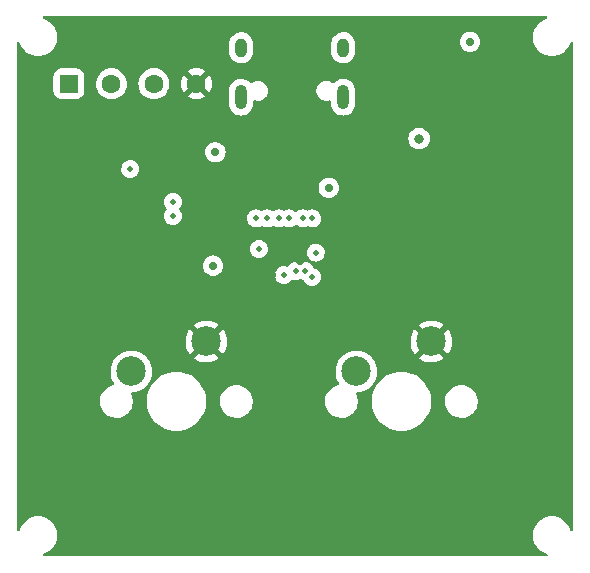
<source format=gbr>
%TF.GenerationSoftware,KiCad,Pcbnew,(6.0.7)*%
%TF.CreationDate,2022-09-15T12:25:05+02:00*%
%TF.ProjectId,rp2040-keypad,72703230-3430-42d6-9b65-797061642e6b,rev?*%
%TF.SameCoordinates,Original*%
%TF.FileFunction,Copper,L2,Inr*%
%TF.FilePolarity,Positive*%
%FSLAX46Y46*%
G04 Gerber Fmt 4.6, Leading zero omitted, Abs format (unit mm)*
G04 Created by KiCad (PCBNEW (6.0.7)) date 2022-09-15 12:25:05*
%MOMM*%
%LPD*%
G01*
G04 APERTURE LIST*
G04 Aperture macros list*
%AMRoundRect*
0 Rectangle with rounded corners*
0 $1 Rounding radius*
0 $2 $3 $4 $5 $6 $7 $8 $9 X,Y pos of 4 corners*
0 Add a 4 corners polygon primitive as box body*
4,1,4,$2,$3,$4,$5,$6,$7,$8,$9,$2,$3,0*
0 Add four circle primitives for the rounded corners*
1,1,$1+$1,$2,$3*
1,1,$1+$1,$4,$5*
1,1,$1+$1,$6,$7*
1,1,$1+$1,$8,$9*
0 Add four rect primitives between the rounded corners*
20,1,$1+$1,$2,$3,$4,$5,0*
20,1,$1+$1,$4,$5,$6,$7,0*
20,1,$1+$1,$6,$7,$8,$9,0*
20,1,$1+$1,$8,$9,$2,$3,0*%
G04 Aperture macros list end*
%TA.AperFunction,ComponentPad*%
%ADD10O,1.000000X1.600000*%
%TD*%
%TA.AperFunction,ComponentPad*%
%ADD11O,1.000000X2.100000*%
%TD*%
%TA.AperFunction,ComponentPad*%
%ADD12C,2.500000*%
%TD*%
%TA.AperFunction,ComponentPad*%
%ADD13RoundRect,0.250000X-0.550000X-0.550000X0.550000X-0.550000X0.550000X0.550000X-0.550000X0.550000X0*%
%TD*%
%TA.AperFunction,ComponentPad*%
%ADD14C,1.600000*%
%TD*%
%TA.AperFunction,ViaPad*%
%ADD15C,0.700000*%
%TD*%
%TA.AperFunction,ViaPad*%
%ADD16C,0.500000*%
%TD*%
%TA.AperFunction,ViaPad*%
%ADD17C,0.800000*%
%TD*%
G04 APERTURE END LIST*
D10*
%TO.N,unconnected-(J1-PadS1)*%
%TO.C,J1*%
X155180000Y-60950000D03*
D11*
X155180000Y-65130000D03*
D10*
X163820000Y-60950000D03*
D11*
X163820000Y-65130000D03*
%TD*%
D12*
%TO.N,/KEY1*%
%TO.C,SW1*%
X164940000Y-88360000D03*
%TO.N,GND*%
X171290000Y-85820000D03*
%TD*%
%TO.N,/KEY2*%
%TO.C,SW2*%
X145890000Y-88360000D03*
%TO.N,GND*%
X152240000Y-85820000D03*
%TD*%
D13*
%TO.N,+3V3*%
%TO.C,J2*%
X140600000Y-64000000D03*
D14*
%TO.N,/SWD*%
X144200000Y-64000000D03*
%TO.N,/SWCLK*%
X147800000Y-64000000D03*
%TO.N,GND*%
X151400000Y-64000000D03*
%TD*%
D15*
%TO.N,+3V3*%
X162600000Y-72800000D03*
X153000000Y-69800000D03*
X174550000Y-60450000D03*
D16*
X159200000Y-75400000D03*
D17*
X170250000Y-68650000D03*
D16*
X161500000Y-78300000D03*
X161200000Y-75400000D03*
D15*
X152800000Y-79400000D03*
D16*
X158800000Y-80200000D03*
X156445027Y-75400000D03*
%TO.N,GND*%
X153800000Y-77000000D03*
D15*
X165700000Y-64300000D03*
X163800000Y-79000000D03*
X157700000Y-76600000D03*
X175400000Y-64000000D03*
X175750000Y-80275000D03*
X170550000Y-78500500D03*
X157700000Y-79000000D03*
D16*
X165800000Y-74000000D03*
D15*
X152400000Y-65800000D03*
X160200000Y-76600000D03*
X160200000Y-79000000D03*
X151400000Y-65800000D03*
D16*
X161400000Y-70800000D03*
D15*
X166150000Y-78600000D03*
X168500000Y-80700000D03*
X178100000Y-63650000D03*
D16*
X153800000Y-80800000D03*
X158000000Y-69400000D03*
X165800000Y-72800000D03*
D15*
X145400000Y-77600000D03*
X175750000Y-78600000D03*
X163600000Y-67000000D03*
D16*
X165800000Y-77600000D03*
D15*
X175750000Y-82475000D03*
X142600000Y-73600000D03*
X170150000Y-79800000D03*
X158900000Y-77700000D03*
X155200000Y-70800000D03*
X168100000Y-63450000D03*
D16*
X165800000Y-75200000D03*
D15*
X172950000Y-78600000D03*
X173900000Y-82800000D03*
X155400000Y-67000000D03*
D16*
X165800000Y-76400000D03*
D15*
X157800000Y-80200000D03*
D16*
X156800000Y-69400000D03*
D15*
X168350000Y-78600000D03*
D16*
%TO.N,+1V1*%
X158400000Y-75400000D03*
X159800000Y-79849502D03*
X160400000Y-75400000D03*
%TO.N,/SWD*%
X161174930Y-80350500D03*
%TO.N,/SWCLK*%
X160605754Y-79846031D03*
%TO.N,/QSPI_SS*%
X149400000Y-74000000D03*
X149400000Y-75200000D03*
%TO.N,/KEY1*%
X156700000Y-78000000D03*
%TO.N,/QSPI_SD1*%
X157400000Y-75400000D03*
X145800000Y-71200000D03*
%TD*%
%TA.AperFunction,Conductor*%
%TO.N,GND*%
G36*
X181075421Y-58278502D02*
G01*
X181121914Y-58332158D01*
X181132018Y-58402432D01*
X181102524Y-58467012D01*
X181036714Y-58507019D01*
X181001409Y-58515495D01*
X180996838Y-58517388D01*
X180996836Y-58517389D01*
X180772072Y-58610489D01*
X180772068Y-58610491D01*
X180767498Y-58612384D01*
X180551624Y-58744672D01*
X180359102Y-58909102D01*
X180194672Y-59101624D01*
X180062384Y-59317498D01*
X180060491Y-59322068D01*
X180060489Y-59322072D01*
X179967389Y-59546836D01*
X179965495Y-59551409D01*
X179964340Y-59556221D01*
X179921407Y-59735052D01*
X179906391Y-59797597D01*
X179886526Y-60050000D01*
X179906391Y-60302403D01*
X179907545Y-60307210D01*
X179907546Y-60307216D01*
X179937849Y-60433436D01*
X179965495Y-60548591D01*
X179967388Y-60553162D01*
X179967389Y-60553164D01*
X179988162Y-60603313D01*
X180062384Y-60782502D01*
X180194672Y-60998376D01*
X180359102Y-61190898D01*
X180551624Y-61355328D01*
X180767498Y-61487616D01*
X180772068Y-61489509D01*
X180772072Y-61489511D01*
X180996836Y-61582611D01*
X181001409Y-61584505D01*
X181086032Y-61604821D01*
X181242784Y-61642454D01*
X181242790Y-61642455D01*
X181247597Y-61643609D01*
X181347416Y-61651465D01*
X181434345Y-61658307D01*
X181434352Y-61658307D01*
X181436801Y-61658500D01*
X181563199Y-61658500D01*
X181565648Y-61658307D01*
X181565655Y-61658307D01*
X181652584Y-61651465D01*
X181752403Y-61643609D01*
X181757210Y-61642455D01*
X181757216Y-61642454D01*
X181913968Y-61604821D01*
X181998591Y-61584505D01*
X182003164Y-61582611D01*
X182227928Y-61489511D01*
X182227932Y-61489509D01*
X182232502Y-61487616D01*
X182448376Y-61355328D01*
X182640898Y-61190898D01*
X182805328Y-60998376D01*
X182937616Y-60782502D01*
X183011839Y-60603313D01*
X183032611Y-60553164D01*
X183032612Y-60553162D01*
X183034505Y-60548591D01*
X183042981Y-60513286D01*
X183078333Y-60451717D01*
X183141360Y-60419034D01*
X183212051Y-60425615D01*
X183267962Y-60469369D01*
X183291500Y-60542700D01*
X183291500Y-101732300D01*
X183271498Y-101800421D01*
X183217842Y-101846914D01*
X183147568Y-101857018D01*
X183082988Y-101827524D01*
X183042981Y-101761714D01*
X183035660Y-101731221D01*
X183034505Y-101726409D01*
X182937616Y-101492498D01*
X182805328Y-101276624D01*
X182640898Y-101084102D01*
X182448376Y-100919672D01*
X182232502Y-100787384D01*
X182227932Y-100785491D01*
X182227928Y-100785489D01*
X182003164Y-100692389D01*
X182003162Y-100692388D01*
X181998591Y-100690495D01*
X181913968Y-100670179D01*
X181757216Y-100632546D01*
X181757210Y-100632545D01*
X181752403Y-100631391D01*
X181652584Y-100623535D01*
X181565655Y-100616693D01*
X181565648Y-100616693D01*
X181563199Y-100616500D01*
X181436801Y-100616500D01*
X181434352Y-100616693D01*
X181434345Y-100616693D01*
X181347416Y-100623535D01*
X181247597Y-100631391D01*
X181242790Y-100632545D01*
X181242784Y-100632546D01*
X181086032Y-100670179D01*
X181001409Y-100690495D01*
X180996838Y-100692388D01*
X180996836Y-100692389D01*
X180772072Y-100785489D01*
X180772068Y-100785491D01*
X180767498Y-100787384D01*
X180551624Y-100919672D01*
X180359102Y-101084102D01*
X180194672Y-101276624D01*
X180062384Y-101492498D01*
X179965495Y-101726409D01*
X179964340Y-101731221D01*
X179936565Y-101846914D01*
X179906391Y-101972597D01*
X179886526Y-102225000D01*
X179906391Y-102477403D01*
X179907545Y-102482210D01*
X179907546Y-102482216D01*
X179933924Y-102592089D01*
X179965495Y-102723591D01*
X179967388Y-102728162D01*
X179967389Y-102728164D01*
X180018243Y-102850935D01*
X180062384Y-102957502D01*
X180194672Y-103173376D01*
X180359102Y-103365898D01*
X180551624Y-103530328D01*
X180767498Y-103662616D01*
X180772068Y-103664509D01*
X180772072Y-103664511D01*
X180945539Y-103736363D01*
X181001409Y-103759505D01*
X181028456Y-103765998D01*
X181036714Y-103767981D01*
X181098283Y-103803333D01*
X181130966Y-103866360D01*
X181124385Y-103937051D01*
X181080631Y-103992962D01*
X181007300Y-104016500D01*
X138492700Y-104016500D01*
X138424579Y-103996498D01*
X138378086Y-103942842D01*
X138367982Y-103872568D01*
X138397476Y-103807988D01*
X138463286Y-103767981D01*
X138471544Y-103765998D01*
X138498591Y-103759505D01*
X138554461Y-103736363D01*
X138727928Y-103664511D01*
X138727932Y-103664509D01*
X138732502Y-103662616D01*
X138948376Y-103530328D01*
X139140898Y-103365898D01*
X139305328Y-103173376D01*
X139437616Y-102957502D01*
X139481758Y-102850935D01*
X139532611Y-102728164D01*
X139532612Y-102728162D01*
X139534505Y-102723591D01*
X139566076Y-102592089D01*
X139592454Y-102482216D01*
X139592455Y-102482210D01*
X139593609Y-102477403D01*
X139613474Y-102225000D01*
X139593609Y-101972597D01*
X139563436Y-101846914D01*
X139535660Y-101731221D01*
X139534505Y-101726409D01*
X139437616Y-101492498D01*
X139305328Y-101276624D01*
X139140898Y-101084102D01*
X138948376Y-100919672D01*
X138732502Y-100787384D01*
X138727932Y-100785491D01*
X138727928Y-100785489D01*
X138503164Y-100692389D01*
X138503162Y-100692388D01*
X138498591Y-100690495D01*
X138413968Y-100670179D01*
X138257216Y-100632546D01*
X138257210Y-100632545D01*
X138252403Y-100631391D01*
X138152584Y-100623535D01*
X138065655Y-100616693D01*
X138065648Y-100616693D01*
X138063199Y-100616500D01*
X137936801Y-100616500D01*
X137934352Y-100616693D01*
X137934345Y-100616693D01*
X137847416Y-100623535D01*
X137747597Y-100631391D01*
X137742790Y-100632545D01*
X137742784Y-100632546D01*
X137586032Y-100670179D01*
X137501409Y-100690495D01*
X137496838Y-100692388D01*
X137496836Y-100692389D01*
X137272072Y-100785489D01*
X137272068Y-100785491D01*
X137267498Y-100787384D01*
X137051624Y-100919672D01*
X136859102Y-101084102D01*
X136694672Y-101276624D01*
X136562384Y-101492498D01*
X136465495Y-101726409D01*
X136464340Y-101731221D01*
X136457019Y-101761714D01*
X136421667Y-101823283D01*
X136358640Y-101855966D01*
X136287949Y-101849385D01*
X136232038Y-101805631D01*
X136208500Y-101732300D01*
X136208500Y-90834593D01*
X143233039Y-90834593D01*
X143241848Y-91069216D01*
X143242943Y-91074434D01*
X143267794Y-91192871D01*
X143290062Y-91299001D01*
X143376302Y-91517377D01*
X143498104Y-91718100D01*
X143651985Y-91895432D01*
X143656117Y-91898820D01*
X143829416Y-92040917D01*
X143829422Y-92040921D01*
X143833544Y-92044301D01*
X143838180Y-92046940D01*
X143838183Y-92046942D01*
X143949408Y-92110255D01*
X144037590Y-92160451D01*
X144258289Y-92240561D01*
X144263538Y-92241510D01*
X144263541Y-92241511D01*
X144310382Y-92249981D01*
X144489330Y-92282340D01*
X144493469Y-92282535D01*
X144493476Y-92282536D01*
X144512440Y-92283430D01*
X144512449Y-92283430D01*
X144513929Y-92283500D01*
X144678950Y-92283500D01*
X144760299Y-92276597D01*
X144848637Y-92269102D01*
X144848641Y-92269101D01*
X144853948Y-92268651D01*
X144859103Y-92267313D01*
X144859109Y-92267312D01*
X145076035Y-92211009D01*
X145076034Y-92211009D01*
X145081206Y-92209667D01*
X145086072Y-92207475D01*
X145086075Y-92207474D01*
X145290417Y-92115424D01*
X145290420Y-92115423D01*
X145295278Y-92113234D01*
X145490041Y-91982112D01*
X145506402Y-91966505D01*
X145656070Y-91823728D01*
X145659927Y-91820049D01*
X145800078Y-91631679D01*
X145860719Y-91512408D01*
X145904069Y-91427144D01*
X145904069Y-91427143D01*
X145906487Y-91422388D01*
X145976111Y-91198160D01*
X145993202Y-91069216D01*
X145994712Y-91057821D01*
X147191500Y-91057821D01*
X147231060Y-91370975D01*
X147309557Y-91676702D01*
X147311010Y-91680371D01*
X147311010Y-91680372D01*
X147396159Y-91895432D01*
X147425753Y-91970179D01*
X147427659Y-91973647D01*
X147427660Y-91973648D01*
X147574398Y-92240561D01*
X147577816Y-92246779D01*
X147763346Y-92502140D01*
X147979418Y-92732233D01*
X148222625Y-92933432D01*
X148489131Y-93102562D01*
X148492710Y-93104246D01*
X148492717Y-93104250D01*
X148771144Y-93235267D01*
X148771148Y-93235269D01*
X148774734Y-93236956D01*
X149074928Y-93334495D01*
X149384980Y-93393641D01*
X149621162Y-93408500D01*
X149778838Y-93408500D01*
X150015020Y-93393641D01*
X150325072Y-93334495D01*
X150625266Y-93236956D01*
X150628852Y-93235269D01*
X150628856Y-93235267D01*
X150907283Y-93104250D01*
X150907290Y-93104246D01*
X150910869Y-93102562D01*
X151177375Y-92933432D01*
X151420582Y-92732233D01*
X151636654Y-92502140D01*
X151822184Y-92246779D01*
X151825603Y-92240561D01*
X151972340Y-91973648D01*
X151972341Y-91973647D01*
X151974247Y-91970179D01*
X152003842Y-91895432D01*
X152088990Y-91680372D01*
X152088990Y-91680371D01*
X152090443Y-91676702D01*
X152168940Y-91370975D01*
X152208500Y-91057821D01*
X152208500Y-90834593D01*
X153393039Y-90834593D01*
X153401848Y-91069216D01*
X153402943Y-91074434D01*
X153427794Y-91192871D01*
X153450062Y-91299001D01*
X153536302Y-91517377D01*
X153658104Y-91718100D01*
X153811985Y-91895432D01*
X153816117Y-91898820D01*
X153989416Y-92040917D01*
X153989422Y-92040921D01*
X153993544Y-92044301D01*
X153998180Y-92046940D01*
X153998183Y-92046942D01*
X154109408Y-92110255D01*
X154197590Y-92160451D01*
X154418289Y-92240561D01*
X154423538Y-92241510D01*
X154423541Y-92241511D01*
X154470382Y-92249981D01*
X154649330Y-92282340D01*
X154653469Y-92282535D01*
X154653476Y-92282536D01*
X154672440Y-92283430D01*
X154672449Y-92283430D01*
X154673929Y-92283500D01*
X154838950Y-92283500D01*
X154920299Y-92276597D01*
X155008637Y-92269102D01*
X155008641Y-92269101D01*
X155013948Y-92268651D01*
X155019103Y-92267313D01*
X155019109Y-92267312D01*
X155236035Y-92211009D01*
X155236034Y-92211009D01*
X155241206Y-92209667D01*
X155246072Y-92207475D01*
X155246075Y-92207474D01*
X155450417Y-92115424D01*
X155450420Y-92115423D01*
X155455278Y-92113234D01*
X155650041Y-91982112D01*
X155666402Y-91966505D01*
X155816070Y-91823728D01*
X155819927Y-91820049D01*
X155960078Y-91631679D01*
X156020719Y-91512408D01*
X156064069Y-91427144D01*
X156064069Y-91427143D01*
X156066487Y-91422388D01*
X156136111Y-91198160D01*
X156153202Y-91069216D01*
X156166261Y-90970690D01*
X156166261Y-90970687D01*
X156166961Y-90965407D01*
X156162050Y-90834593D01*
X162283039Y-90834593D01*
X162291848Y-91069216D01*
X162292943Y-91074434D01*
X162317794Y-91192871D01*
X162340062Y-91299001D01*
X162426302Y-91517377D01*
X162548104Y-91718100D01*
X162701985Y-91895432D01*
X162706117Y-91898820D01*
X162879416Y-92040917D01*
X162879422Y-92040921D01*
X162883544Y-92044301D01*
X162888180Y-92046940D01*
X162888183Y-92046942D01*
X162999408Y-92110255D01*
X163087590Y-92160451D01*
X163308289Y-92240561D01*
X163313538Y-92241510D01*
X163313541Y-92241511D01*
X163360382Y-92249981D01*
X163539330Y-92282340D01*
X163543469Y-92282535D01*
X163543476Y-92282536D01*
X163562440Y-92283430D01*
X163562449Y-92283430D01*
X163563929Y-92283500D01*
X163728950Y-92283500D01*
X163810299Y-92276597D01*
X163898637Y-92269102D01*
X163898641Y-92269101D01*
X163903948Y-92268651D01*
X163909103Y-92267313D01*
X163909109Y-92267312D01*
X164126035Y-92211009D01*
X164126034Y-92211009D01*
X164131206Y-92209667D01*
X164136072Y-92207475D01*
X164136075Y-92207474D01*
X164340417Y-92115424D01*
X164340420Y-92115423D01*
X164345278Y-92113234D01*
X164540041Y-91982112D01*
X164556402Y-91966505D01*
X164706070Y-91823728D01*
X164709927Y-91820049D01*
X164850078Y-91631679D01*
X164910719Y-91512408D01*
X164954069Y-91427144D01*
X164954069Y-91427143D01*
X164956487Y-91422388D01*
X165026111Y-91198160D01*
X165043202Y-91069216D01*
X165044712Y-91057821D01*
X166241500Y-91057821D01*
X166281060Y-91370975D01*
X166359557Y-91676702D01*
X166361010Y-91680371D01*
X166361010Y-91680372D01*
X166446159Y-91895432D01*
X166475753Y-91970179D01*
X166477659Y-91973647D01*
X166477660Y-91973648D01*
X166624398Y-92240561D01*
X166627816Y-92246779D01*
X166813346Y-92502140D01*
X167029418Y-92732233D01*
X167272625Y-92933432D01*
X167539131Y-93102562D01*
X167542710Y-93104246D01*
X167542717Y-93104250D01*
X167821144Y-93235267D01*
X167821148Y-93235269D01*
X167824734Y-93236956D01*
X168124928Y-93334495D01*
X168434980Y-93393641D01*
X168671162Y-93408500D01*
X168828838Y-93408500D01*
X169065020Y-93393641D01*
X169375072Y-93334495D01*
X169675266Y-93236956D01*
X169678852Y-93235269D01*
X169678856Y-93235267D01*
X169957283Y-93104250D01*
X169957290Y-93104246D01*
X169960869Y-93102562D01*
X170227375Y-92933432D01*
X170470582Y-92732233D01*
X170686654Y-92502140D01*
X170872184Y-92246779D01*
X170875603Y-92240561D01*
X171022340Y-91973648D01*
X171022341Y-91973647D01*
X171024247Y-91970179D01*
X171053842Y-91895432D01*
X171138990Y-91680372D01*
X171138990Y-91680371D01*
X171140443Y-91676702D01*
X171218940Y-91370975D01*
X171258500Y-91057821D01*
X171258500Y-90834593D01*
X172443039Y-90834593D01*
X172451848Y-91069216D01*
X172452943Y-91074434D01*
X172477794Y-91192871D01*
X172500062Y-91299001D01*
X172586302Y-91517377D01*
X172708104Y-91718100D01*
X172861985Y-91895432D01*
X172866117Y-91898820D01*
X173039416Y-92040917D01*
X173039422Y-92040921D01*
X173043544Y-92044301D01*
X173048180Y-92046940D01*
X173048183Y-92046942D01*
X173159408Y-92110255D01*
X173247590Y-92160451D01*
X173468289Y-92240561D01*
X173473538Y-92241510D01*
X173473541Y-92241511D01*
X173520382Y-92249981D01*
X173699330Y-92282340D01*
X173703469Y-92282535D01*
X173703476Y-92282536D01*
X173722440Y-92283430D01*
X173722449Y-92283430D01*
X173723929Y-92283500D01*
X173888950Y-92283500D01*
X173970299Y-92276597D01*
X174058637Y-92269102D01*
X174058641Y-92269101D01*
X174063948Y-92268651D01*
X174069103Y-92267313D01*
X174069109Y-92267312D01*
X174286035Y-92211009D01*
X174286034Y-92211009D01*
X174291206Y-92209667D01*
X174296072Y-92207475D01*
X174296075Y-92207474D01*
X174500417Y-92115424D01*
X174500420Y-92115423D01*
X174505278Y-92113234D01*
X174700041Y-91982112D01*
X174716402Y-91966505D01*
X174866070Y-91823728D01*
X174869927Y-91820049D01*
X175010078Y-91631679D01*
X175070719Y-91512408D01*
X175114069Y-91427144D01*
X175114069Y-91427143D01*
X175116487Y-91422388D01*
X175186111Y-91198160D01*
X175203202Y-91069216D01*
X175216261Y-90970690D01*
X175216261Y-90970687D01*
X175216961Y-90965407D01*
X175208152Y-90730784D01*
X175190358Y-90645978D01*
X175161035Y-90506226D01*
X175161034Y-90506223D01*
X175159938Y-90500999D01*
X175073698Y-90282623D01*
X174971925Y-90114906D01*
X174954664Y-90086461D01*
X174954662Y-90086458D01*
X174951896Y-90081900D01*
X174798015Y-89904568D01*
X174787938Y-89896306D01*
X174620584Y-89759083D01*
X174620578Y-89759079D01*
X174616456Y-89755699D01*
X174611820Y-89753060D01*
X174611817Y-89753058D01*
X174417053Y-89642192D01*
X174412410Y-89639549D01*
X174191711Y-89559439D01*
X174186462Y-89558490D01*
X174186459Y-89558489D01*
X174105385Y-89543829D01*
X173960670Y-89517660D01*
X173956531Y-89517465D01*
X173956524Y-89517464D01*
X173937560Y-89516570D01*
X173937551Y-89516570D01*
X173936071Y-89516500D01*
X173771050Y-89516500D01*
X173689701Y-89523403D01*
X173601363Y-89530898D01*
X173601359Y-89530899D01*
X173596052Y-89531349D01*
X173590897Y-89532687D01*
X173590891Y-89532688D01*
X173413177Y-89578814D01*
X173368794Y-89590333D01*
X173363928Y-89592525D01*
X173363925Y-89592526D01*
X173159583Y-89684576D01*
X173159580Y-89684577D01*
X173154722Y-89686766D01*
X172959959Y-89817888D01*
X172956102Y-89821567D01*
X172956100Y-89821569D01*
X172885845Y-89888590D01*
X172790073Y-89979951D01*
X172649922Y-90168321D01*
X172647506Y-90173072D01*
X172647504Y-90173076D01*
X172545931Y-90372856D01*
X172543513Y-90377612D01*
X172473889Y-90601840D01*
X172473188Y-90607129D01*
X172456092Y-90736116D01*
X172443039Y-90834593D01*
X171258500Y-90834593D01*
X171258500Y-90742179D01*
X171218940Y-90429025D01*
X171140443Y-90123298D01*
X171062337Y-89926025D01*
X171025702Y-89833495D01*
X171025700Y-89833490D01*
X171024247Y-89829821D01*
X171022340Y-89826352D01*
X170874093Y-89556693D01*
X170874091Y-89556690D01*
X170872184Y-89553221D01*
X170718096Y-89341136D01*
X170688982Y-89301064D01*
X170688981Y-89301062D01*
X170686654Y-89297860D01*
X170479489Y-89077252D01*
X170473297Y-89070658D01*
X170473296Y-89070657D01*
X170470582Y-89067767D01*
X170227375Y-88866568D01*
X169960869Y-88697438D01*
X169957290Y-88695754D01*
X169957283Y-88695750D01*
X169678856Y-88564733D01*
X169678852Y-88564731D01*
X169675266Y-88563044D01*
X169375072Y-88465505D01*
X169065020Y-88406359D01*
X168828838Y-88391500D01*
X168671162Y-88391500D01*
X168434980Y-88406359D01*
X168124928Y-88465505D01*
X167824734Y-88563044D01*
X167821148Y-88564731D01*
X167821144Y-88564733D01*
X167542717Y-88695750D01*
X167542710Y-88695754D01*
X167539131Y-88697438D01*
X167272625Y-88866568D01*
X167029418Y-89067767D01*
X167026704Y-89070657D01*
X167026703Y-89070658D01*
X167020511Y-89077252D01*
X166813346Y-89297860D01*
X166811019Y-89301062D01*
X166811018Y-89301064D01*
X166781904Y-89341136D01*
X166627816Y-89553221D01*
X166625909Y-89556690D01*
X166625907Y-89556693D01*
X166477660Y-89826352D01*
X166475753Y-89829821D01*
X166474300Y-89833490D01*
X166474298Y-89833495D01*
X166437663Y-89926025D01*
X166359557Y-90123298D01*
X166281060Y-90429025D01*
X166241500Y-90742179D01*
X166241500Y-91057821D01*
X165044712Y-91057821D01*
X165056261Y-90970690D01*
X165056261Y-90970687D01*
X165056961Y-90965407D01*
X165048152Y-90730784D01*
X165030358Y-90645978D01*
X165001035Y-90506226D01*
X165001034Y-90506223D01*
X164999938Y-90500999D01*
X164973069Y-90432961D01*
X164917315Y-90291781D01*
X164910897Y-90221075D01*
X164943725Y-90158124D01*
X165005375Y-90122914D01*
X165020789Y-90120249D01*
X165069577Y-90114906D01*
X165256707Y-90094412D01*
X165256712Y-90094411D01*
X165261360Y-90093902D01*
X165306947Y-90081900D01*
X165509594Y-90028548D01*
X165509596Y-90028547D01*
X165514117Y-90027357D01*
X165754262Y-89924182D01*
X165900812Y-89833495D01*
X165972547Y-89789104D01*
X165972548Y-89789104D01*
X165976519Y-89786646D01*
X165980082Y-89783629D01*
X165980087Y-89783626D01*
X166172439Y-89620787D01*
X166172440Y-89620786D01*
X166176005Y-89617768D01*
X166227991Y-89558489D01*
X166345257Y-89424774D01*
X166345261Y-89424769D01*
X166348339Y-89421259D01*
X166357070Y-89407686D01*
X166487205Y-89205367D01*
X166489733Y-89201437D01*
X166597083Y-88963129D01*
X166668030Y-88711572D01*
X166684832Y-88579496D01*
X166700616Y-88455421D01*
X166700616Y-88455417D01*
X166701014Y-88452291D01*
X166703431Y-88360000D01*
X166684061Y-88099348D01*
X166672725Y-88049248D01*
X166627408Y-87848980D01*
X166626377Y-87844423D01*
X166531647Y-87600823D01*
X166401951Y-87373902D01*
X166287824Y-87229133D01*
X170245612Y-87229133D01*
X170254325Y-87240653D01*
X170352018Y-87312284D01*
X170359928Y-87317227D01*
X170582890Y-87434533D01*
X170591453Y-87438256D01*
X170829304Y-87521318D01*
X170838313Y-87523732D01*
X171085842Y-87570727D01*
X171095098Y-87571781D01*
X171346857Y-87581673D01*
X171356171Y-87581347D01*
X171606615Y-87553920D01*
X171615792Y-87552219D01*
X171859431Y-87488074D01*
X171868251Y-87485037D01*
X172099736Y-87385583D01*
X172108008Y-87381276D01*
X172322249Y-87248700D01*
X172329188Y-87243658D01*
X172337518Y-87231019D01*
X172331456Y-87220666D01*
X171302812Y-86192022D01*
X171288868Y-86184408D01*
X171287035Y-86184539D01*
X171280420Y-86188790D01*
X170252270Y-87216940D01*
X170245612Y-87229133D01*
X166287824Y-87229133D01*
X166240138Y-87168643D01*
X166049763Y-86989557D01*
X165864022Y-86860703D01*
X165838851Y-86843241D01*
X165838848Y-86843239D01*
X165835009Y-86840576D01*
X165830816Y-86838508D01*
X165604781Y-86727040D01*
X165604778Y-86727039D01*
X165600593Y-86724975D01*
X165554449Y-86710204D01*
X165356123Y-86646720D01*
X165351665Y-86645293D01*
X165093693Y-86603279D01*
X164979942Y-86601790D01*
X164837022Y-86599919D01*
X164837019Y-86599919D01*
X164832345Y-86599858D01*
X164573362Y-86635104D01*
X164322433Y-86708243D01*
X164318180Y-86710203D01*
X164318179Y-86710204D01*
X164281659Y-86727040D01*
X164085072Y-86817668D01*
X164046067Y-86843241D01*
X163870404Y-86958410D01*
X163870399Y-86958414D01*
X163866491Y-86960976D01*
X163671494Y-87135018D01*
X163504363Y-87335970D01*
X163501934Y-87339973D01*
X163372108Y-87553920D01*
X163368771Y-87559419D01*
X163267697Y-87800455D01*
X163203359Y-88053783D01*
X163177173Y-88313839D01*
X163189713Y-88574908D01*
X163240704Y-88831256D01*
X163329026Y-89077252D01*
X163331242Y-89081376D01*
X163449284Y-89301064D01*
X163452737Y-89307491D01*
X163455531Y-89311232D01*
X163455535Y-89311239D01*
X163477861Y-89341136D01*
X163502594Y-89407686D01*
X163487420Y-89477042D01*
X163437158Y-89527185D01*
X163408558Y-89538485D01*
X163208794Y-89590333D01*
X163203928Y-89592525D01*
X163203925Y-89592526D01*
X162999583Y-89684576D01*
X162999580Y-89684577D01*
X162994722Y-89686766D01*
X162799959Y-89817888D01*
X162796102Y-89821567D01*
X162796100Y-89821569D01*
X162725845Y-89888590D01*
X162630073Y-89979951D01*
X162489922Y-90168321D01*
X162487506Y-90173072D01*
X162487504Y-90173076D01*
X162385931Y-90372856D01*
X162383513Y-90377612D01*
X162313889Y-90601840D01*
X162313188Y-90607129D01*
X162296092Y-90736116D01*
X162283039Y-90834593D01*
X156162050Y-90834593D01*
X156158152Y-90730784D01*
X156140358Y-90645978D01*
X156111035Y-90506226D01*
X156111034Y-90506223D01*
X156109938Y-90500999D01*
X156023698Y-90282623D01*
X155921925Y-90114906D01*
X155904664Y-90086461D01*
X155904662Y-90086458D01*
X155901896Y-90081900D01*
X155748015Y-89904568D01*
X155737938Y-89896306D01*
X155570584Y-89759083D01*
X155570578Y-89759079D01*
X155566456Y-89755699D01*
X155561820Y-89753060D01*
X155561817Y-89753058D01*
X155367053Y-89642192D01*
X155362410Y-89639549D01*
X155141711Y-89559439D01*
X155136462Y-89558490D01*
X155136459Y-89558489D01*
X155055385Y-89543829D01*
X154910670Y-89517660D01*
X154906531Y-89517465D01*
X154906524Y-89517464D01*
X154887560Y-89516570D01*
X154887551Y-89516570D01*
X154886071Y-89516500D01*
X154721050Y-89516500D01*
X154639701Y-89523403D01*
X154551363Y-89530898D01*
X154551359Y-89530899D01*
X154546052Y-89531349D01*
X154540897Y-89532687D01*
X154540891Y-89532688D01*
X154363177Y-89578814D01*
X154318794Y-89590333D01*
X154313928Y-89592525D01*
X154313925Y-89592526D01*
X154109583Y-89684576D01*
X154109580Y-89684577D01*
X154104722Y-89686766D01*
X153909959Y-89817888D01*
X153906102Y-89821567D01*
X153906100Y-89821569D01*
X153835845Y-89888590D01*
X153740073Y-89979951D01*
X153599922Y-90168321D01*
X153597506Y-90173072D01*
X153597504Y-90173076D01*
X153495931Y-90372856D01*
X153493513Y-90377612D01*
X153423889Y-90601840D01*
X153423188Y-90607129D01*
X153406092Y-90736116D01*
X153393039Y-90834593D01*
X152208500Y-90834593D01*
X152208500Y-90742179D01*
X152168940Y-90429025D01*
X152090443Y-90123298D01*
X152012337Y-89926025D01*
X151975702Y-89833495D01*
X151975700Y-89833490D01*
X151974247Y-89829821D01*
X151972340Y-89826352D01*
X151824093Y-89556693D01*
X151824091Y-89556690D01*
X151822184Y-89553221D01*
X151668096Y-89341136D01*
X151638982Y-89301064D01*
X151638981Y-89301062D01*
X151636654Y-89297860D01*
X151429489Y-89077252D01*
X151423297Y-89070658D01*
X151423296Y-89070657D01*
X151420582Y-89067767D01*
X151177375Y-88866568D01*
X150910869Y-88697438D01*
X150907290Y-88695754D01*
X150907283Y-88695750D01*
X150628856Y-88564733D01*
X150628852Y-88564731D01*
X150625266Y-88563044D01*
X150325072Y-88465505D01*
X150015020Y-88406359D01*
X149778838Y-88391500D01*
X149621162Y-88391500D01*
X149384980Y-88406359D01*
X149074928Y-88465505D01*
X148774734Y-88563044D01*
X148771148Y-88564731D01*
X148771144Y-88564733D01*
X148492717Y-88695750D01*
X148492710Y-88695754D01*
X148489131Y-88697438D01*
X148222625Y-88866568D01*
X147979418Y-89067767D01*
X147976704Y-89070657D01*
X147976703Y-89070658D01*
X147970511Y-89077252D01*
X147763346Y-89297860D01*
X147761019Y-89301062D01*
X147761018Y-89301064D01*
X147731904Y-89341136D01*
X147577816Y-89553221D01*
X147575909Y-89556690D01*
X147575907Y-89556693D01*
X147427660Y-89826352D01*
X147425753Y-89829821D01*
X147424300Y-89833490D01*
X147424298Y-89833495D01*
X147387663Y-89926025D01*
X147309557Y-90123298D01*
X147231060Y-90429025D01*
X147191500Y-90742179D01*
X147191500Y-91057821D01*
X145994712Y-91057821D01*
X146006261Y-90970690D01*
X146006261Y-90970687D01*
X146006961Y-90965407D01*
X145998152Y-90730784D01*
X145980358Y-90645978D01*
X145951035Y-90506226D01*
X145951034Y-90506223D01*
X145949938Y-90500999D01*
X145923069Y-90432961D01*
X145867315Y-90291781D01*
X145860897Y-90221075D01*
X145893725Y-90158124D01*
X145955375Y-90122914D01*
X145970789Y-90120249D01*
X146019577Y-90114906D01*
X146206707Y-90094412D01*
X146206712Y-90094411D01*
X146211360Y-90093902D01*
X146256947Y-90081900D01*
X146459594Y-90028548D01*
X146459596Y-90028547D01*
X146464117Y-90027357D01*
X146704262Y-89924182D01*
X146850812Y-89833495D01*
X146922547Y-89789104D01*
X146922548Y-89789104D01*
X146926519Y-89786646D01*
X146930082Y-89783629D01*
X146930087Y-89783626D01*
X147122439Y-89620787D01*
X147122440Y-89620786D01*
X147126005Y-89617768D01*
X147177991Y-89558489D01*
X147295257Y-89424774D01*
X147295261Y-89424769D01*
X147298339Y-89421259D01*
X147307070Y-89407686D01*
X147437205Y-89205367D01*
X147439733Y-89201437D01*
X147547083Y-88963129D01*
X147618030Y-88711572D01*
X147634832Y-88579496D01*
X147650616Y-88455421D01*
X147650616Y-88455417D01*
X147651014Y-88452291D01*
X147653431Y-88360000D01*
X147634061Y-88099348D01*
X147622725Y-88049248D01*
X147577408Y-87848980D01*
X147576377Y-87844423D01*
X147481647Y-87600823D01*
X147351951Y-87373902D01*
X147237824Y-87229133D01*
X151195612Y-87229133D01*
X151204325Y-87240653D01*
X151302018Y-87312284D01*
X151309928Y-87317227D01*
X151532890Y-87434533D01*
X151541453Y-87438256D01*
X151779304Y-87521318D01*
X151788313Y-87523732D01*
X152035842Y-87570727D01*
X152045098Y-87571781D01*
X152296857Y-87581673D01*
X152306171Y-87581347D01*
X152556615Y-87553920D01*
X152565792Y-87552219D01*
X152809431Y-87488074D01*
X152818251Y-87485037D01*
X153049736Y-87385583D01*
X153058008Y-87381276D01*
X153272249Y-87248700D01*
X153279188Y-87243658D01*
X153287518Y-87231019D01*
X153281456Y-87220666D01*
X152252812Y-86192022D01*
X152238868Y-86184408D01*
X152237035Y-86184539D01*
X152230420Y-86188790D01*
X151202270Y-87216940D01*
X151195612Y-87229133D01*
X147237824Y-87229133D01*
X147190138Y-87168643D01*
X146999763Y-86989557D01*
X146814022Y-86860703D01*
X146788851Y-86843241D01*
X146788848Y-86843239D01*
X146785009Y-86840576D01*
X146780816Y-86838508D01*
X146554781Y-86727040D01*
X146554778Y-86727039D01*
X146550593Y-86724975D01*
X146504449Y-86710204D01*
X146306123Y-86646720D01*
X146301665Y-86645293D01*
X146043693Y-86603279D01*
X145929942Y-86601790D01*
X145787022Y-86599919D01*
X145787019Y-86599919D01*
X145782345Y-86599858D01*
X145523362Y-86635104D01*
X145272433Y-86708243D01*
X145268180Y-86710203D01*
X145268179Y-86710204D01*
X145231659Y-86727040D01*
X145035072Y-86817668D01*
X144996067Y-86843241D01*
X144820404Y-86958410D01*
X144820399Y-86958414D01*
X144816491Y-86960976D01*
X144621494Y-87135018D01*
X144454363Y-87335970D01*
X144451934Y-87339973D01*
X144322108Y-87553920D01*
X144318771Y-87559419D01*
X144217697Y-87800455D01*
X144153359Y-88053783D01*
X144127173Y-88313839D01*
X144139713Y-88574908D01*
X144190704Y-88831256D01*
X144279026Y-89077252D01*
X144281242Y-89081376D01*
X144399284Y-89301064D01*
X144402737Y-89307491D01*
X144405531Y-89311232D01*
X144405535Y-89311239D01*
X144427861Y-89341136D01*
X144452594Y-89407686D01*
X144437420Y-89477042D01*
X144387158Y-89527185D01*
X144358558Y-89538485D01*
X144158794Y-89590333D01*
X144153928Y-89592525D01*
X144153925Y-89592526D01*
X143949583Y-89684576D01*
X143949580Y-89684577D01*
X143944722Y-89686766D01*
X143749959Y-89817888D01*
X143746102Y-89821567D01*
X143746100Y-89821569D01*
X143675845Y-89888590D01*
X143580073Y-89979951D01*
X143439922Y-90168321D01*
X143437506Y-90173072D01*
X143437504Y-90173076D01*
X143335931Y-90372856D01*
X143333513Y-90377612D01*
X143263889Y-90601840D01*
X143263188Y-90607129D01*
X143246092Y-90736116D01*
X143233039Y-90834593D01*
X136208500Y-90834593D01*
X136208500Y-85778523D01*
X150477898Y-85778523D01*
X150489987Y-86030175D01*
X150491124Y-86039435D01*
X150540274Y-86286535D01*
X150542768Y-86295528D01*
X150627900Y-86532639D01*
X150631700Y-86541174D01*
X150750946Y-86763101D01*
X150755957Y-86770968D01*
X150819446Y-86855990D01*
X150830704Y-86864439D01*
X150843123Y-86857667D01*
X151867978Y-85832812D01*
X151874356Y-85821132D01*
X152604408Y-85821132D01*
X152604539Y-85822965D01*
X152608790Y-85829580D01*
X153639913Y-86860703D01*
X153652293Y-86867463D01*
X153660634Y-86861219D01*
X153786765Y-86665127D01*
X153791212Y-86656936D01*
X153894691Y-86427222D01*
X153897882Y-86418455D01*
X153966269Y-86175976D01*
X153968129Y-86166834D01*
X154000116Y-85915396D01*
X154000597Y-85909108D01*
X154002847Y-85823160D01*
X154002696Y-85816851D01*
X153999848Y-85778523D01*
X169527898Y-85778523D01*
X169539987Y-86030175D01*
X169541124Y-86039435D01*
X169590274Y-86286535D01*
X169592768Y-86295528D01*
X169677900Y-86532639D01*
X169681700Y-86541174D01*
X169800946Y-86763101D01*
X169805957Y-86770968D01*
X169869446Y-86855990D01*
X169880704Y-86864439D01*
X169893123Y-86857667D01*
X170917978Y-85832812D01*
X170924356Y-85821132D01*
X171654408Y-85821132D01*
X171654539Y-85822965D01*
X171658790Y-85829580D01*
X172689913Y-86860703D01*
X172702293Y-86867463D01*
X172710634Y-86861219D01*
X172836765Y-86665127D01*
X172841212Y-86656936D01*
X172944691Y-86427222D01*
X172947882Y-86418455D01*
X173016269Y-86175976D01*
X173018129Y-86166834D01*
X173050116Y-85915396D01*
X173050597Y-85909108D01*
X173052847Y-85823160D01*
X173052696Y-85816851D01*
X173033912Y-85564074D01*
X173032536Y-85554868D01*
X172976929Y-85309126D01*
X172974205Y-85300215D01*
X172882888Y-85065392D01*
X172878877Y-85056983D01*
X172753854Y-84838240D01*
X172748643Y-84830514D01*
X172711391Y-84783261D01*
X172699466Y-84774790D01*
X172687934Y-84781276D01*
X171662022Y-85807188D01*
X171654408Y-85821132D01*
X170924356Y-85821132D01*
X170925592Y-85818868D01*
X170925461Y-85817035D01*
X170921210Y-85810420D01*
X169891321Y-84780531D01*
X169878013Y-84773264D01*
X169867974Y-84780386D01*
X169857761Y-84792666D01*
X169852346Y-84800258D01*
X169721646Y-85015646D01*
X169717408Y-85023963D01*
X169619981Y-85256299D01*
X169617020Y-85265149D01*
X169555006Y-85509331D01*
X169553384Y-85518528D01*
X169528143Y-85769198D01*
X169527898Y-85778523D01*
X153999848Y-85778523D01*
X153983912Y-85564074D01*
X153982536Y-85554868D01*
X153926929Y-85309126D01*
X153924205Y-85300215D01*
X153832888Y-85065392D01*
X153828877Y-85056983D01*
X153703854Y-84838240D01*
X153698643Y-84830514D01*
X153661391Y-84783261D01*
X153649466Y-84774790D01*
X153637934Y-84781276D01*
X152612022Y-85807188D01*
X152604408Y-85821132D01*
X151874356Y-85821132D01*
X151875592Y-85818868D01*
X151875461Y-85817035D01*
X151871210Y-85810420D01*
X150841321Y-84780531D01*
X150828013Y-84773264D01*
X150817974Y-84780386D01*
X150807761Y-84792666D01*
X150802346Y-84800258D01*
X150671646Y-85015646D01*
X150667408Y-85023963D01*
X150569981Y-85256299D01*
X150567020Y-85265149D01*
X150505006Y-85509331D01*
X150503384Y-85518528D01*
X150478143Y-85769198D01*
X150477898Y-85778523D01*
X136208500Y-85778523D01*
X136208500Y-84408803D01*
X151193216Y-84408803D01*
X151197789Y-84418579D01*
X152227188Y-85447978D01*
X152241132Y-85455592D01*
X152242965Y-85455461D01*
X152249580Y-85451210D01*
X153278419Y-84422371D01*
X153284803Y-84410681D01*
X153283344Y-84408803D01*
X170243216Y-84408803D01*
X170247789Y-84418579D01*
X171277188Y-85447978D01*
X171291132Y-85455592D01*
X171292965Y-85455461D01*
X171299580Y-85451210D01*
X172328419Y-84422371D01*
X172334803Y-84410681D01*
X172325391Y-84398570D01*
X172188593Y-84303670D01*
X172180565Y-84298942D01*
X171954593Y-84187505D01*
X171945960Y-84184017D01*
X171705998Y-84107205D01*
X171696938Y-84105029D01*
X171448260Y-84064529D01*
X171438973Y-84063717D01*
X171187053Y-84060419D01*
X171177742Y-84060989D01*
X170928097Y-84094964D01*
X170918978Y-84096902D01*
X170677098Y-84167404D01*
X170668367Y-84170667D01*
X170439558Y-84276151D01*
X170431406Y-84280670D01*
X170252353Y-84398062D01*
X170243216Y-84408803D01*
X153283344Y-84408803D01*
X153275391Y-84398570D01*
X153138593Y-84303670D01*
X153130565Y-84298942D01*
X152904593Y-84187505D01*
X152895960Y-84184017D01*
X152655998Y-84107205D01*
X152646938Y-84105029D01*
X152398260Y-84064529D01*
X152388973Y-84063717D01*
X152137053Y-84060419D01*
X152127742Y-84060989D01*
X151878097Y-84094964D01*
X151868978Y-84096902D01*
X151627098Y-84167404D01*
X151618367Y-84170667D01*
X151389558Y-84276151D01*
X151381406Y-84280670D01*
X151202353Y-84398062D01*
X151193216Y-84408803D01*
X136208500Y-84408803D01*
X136208500Y-79400000D01*
X151936771Y-79400000D01*
X151937461Y-79406565D01*
X151945225Y-79480428D01*
X151955635Y-79579475D01*
X152011401Y-79751107D01*
X152014704Y-79756829D01*
X152014705Y-79756830D01*
X152046689Y-79812227D01*
X152101633Y-79907393D01*
X152106051Y-79912300D01*
X152106052Y-79912301D01*
X152198264Y-80014713D01*
X152222387Y-80041504D01*
X152368385Y-80147578D01*
X152374413Y-80150262D01*
X152374415Y-80150263D01*
X152527217Y-80218295D01*
X152533248Y-80220980D01*
X152621508Y-80239740D01*
X152703311Y-80257128D01*
X152703315Y-80257128D01*
X152709768Y-80258500D01*
X152890232Y-80258500D01*
X152896685Y-80257128D01*
X152896689Y-80257128D01*
X152978492Y-80239740D01*
X153066752Y-80220980D01*
X153072783Y-80218295D01*
X153137810Y-80189343D01*
X158036775Y-80189343D01*
X158053381Y-80358699D01*
X158107094Y-80520167D01*
X158110741Y-80526189D01*
X158110742Y-80526191D01*
X158170250Y-80624449D01*
X158195246Y-80665723D01*
X158313455Y-80788132D01*
X158349309Y-80811594D01*
X158401884Y-80845998D01*
X158455846Y-80881310D01*
X158462450Y-80883766D01*
X158462452Y-80883767D01*
X158498844Y-80897301D01*
X158615341Y-80940626D01*
X158784015Y-80963132D01*
X158791026Y-80962494D01*
X158791030Y-80962494D01*
X158946462Y-80948348D01*
X158953483Y-80947709D01*
X158960185Y-80945531D01*
X158960187Y-80945531D01*
X159108623Y-80897301D01*
X159108626Y-80897300D01*
X159115322Y-80895124D01*
X159261490Y-80807990D01*
X159266584Y-80803139D01*
X159266588Y-80803136D01*
X159333833Y-80739099D01*
X159384721Y-80690639D01*
X159428698Y-80624448D01*
X159483054Y-80578779D01*
X159553474Y-80569746D01*
X159577561Y-80576078D01*
X159615341Y-80590128D01*
X159784015Y-80612634D01*
X159791026Y-80611996D01*
X159791030Y-80611996D01*
X159946462Y-80597850D01*
X159953483Y-80597211D01*
X159960185Y-80595033D01*
X159960187Y-80595033D01*
X160108623Y-80546803D01*
X160108626Y-80546802D01*
X160115322Y-80544626D01*
X160121373Y-80541019D01*
X160121377Y-80541017D01*
X160139414Y-80530265D01*
X160208168Y-80512564D01*
X160258853Y-80525544D01*
X160261600Y-80527341D01*
X160268212Y-80529800D01*
X160402151Y-80579612D01*
X160459028Y-80622104D01*
X160477790Y-80657940D01*
X160479800Y-80663984D01*
X160479803Y-80663991D01*
X160482024Y-80670667D01*
X160485671Y-80676689D01*
X160499427Y-80699402D01*
X160570176Y-80816223D01*
X160688385Y-80938632D01*
X160830776Y-81031810D01*
X160837380Y-81034266D01*
X160837382Y-81034267D01*
X160873774Y-81047801D01*
X160990271Y-81091126D01*
X161158945Y-81113632D01*
X161165956Y-81112994D01*
X161165960Y-81112994D01*
X161321392Y-81098848D01*
X161328413Y-81098209D01*
X161335115Y-81096031D01*
X161335117Y-81096031D01*
X161483553Y-81047801D01*
X161483556Y-81047800D01*
X161490252Y-81045624D01*
X161636420Y-80958490D01*
X161641514Y-80953639D01*
X161641518Y-80953636D01*
X161721518Y-80877452D01*
X161759651Y-80841139D01*
X161853821Y-80699402D01*
X161914249Y-80540325D01*
X161937931Y-80371813D01*
X161938048Y-80363464D01*
X161938174Y-80354461D01*
X161938174Y-80354455D01*
X161938229Y-80350500D01*
X161919261Y-80181392D01*
X161863298Y-80020689D01*
X161773122Y-79876379D01*
X161653216Y-79755632D01*
X161636183Y-79744822D01*
X161585484Y-79712648D01*
X161509538Y-79664451D01*
X161470111Y-79650412D01*
X161379426Y-79618120D01*
X161321962Y-79576426D01*
X161302702Y-79540859D01*
X161294122Y-79516220D01*
X161288408Y-79507075D01*
X161244444Y-79436720D01*
X161203946Y-79371910D01*
X161084040Y-79251163D01*
X160940362Y-79159982D01*
X160780054Y-79102899D01*
X160611083Y-79082751D01*
X160604080Y-79083487D01*
X160604079Y-79083487D01*
X160448855Y-79099801D01*
X160448851Y-79099802D01*
X160441847Y-79100538D01*
X160435176Y-79102809D01*
X160287427Y-79153106D01*
X160287424Y-79153107D01*
X160280757Y-79155377D01*
X160274758Y-79159067D01*
X160274757Y-79159068D01*
X160267012Y-79163833D01*
X160198511Y-79182491D01*
X160145758Y-79169764D01*
X160140551Y-79167224D01*
X160134608Y-79163453D01*
X160124861Y-79159982D01*
X160086208Y-79146219D01*
X159974300Y-79106370D01*
X159805329Y-79086222D01*
X159798326Y-79086958D01*
X159798325Y-79086958D01*
X159643101Y-79103272D01*
X159643097Y-79103273D01*
X159636093Y-79104009D01*
X159629422Y-79106280D01*
X159481673Y-79156577D01*
X159481670Y-79156578D01*
X159475003Y-79158848D01*
X159469005Y-79162538D01*
X159469003Y-79162539D01*
X159336065Y-79244323D01*
X159336063Y-79244325D01*
X159330066Y-79248014D01*
X159208486Y-79367075D01*
X159204675Y-79372989D01*
X159204673Y-79372991D01*
X159171806Y-79423990D01*
X159118091Y-79470414D01*
X159047804Y-79480428D01*
X159023630Y-79474433D01*
X158974300Y-79456868D01*
X158805329Y-79436720D01*
X158798326Y-79437456D01*
X158798325Y-79437456D01*
X158643101Y-79453770D01*
X158643097Y-79453771D01*
X158636093Y-79454507D01*
X158629422Y-79456778D01*
X158481673Y-79507075D01*
X158481670Y-79507076D01*
X158475003Y-79509346D01*
X158469005Y-79513036D01*
X158469003Y-79513037D01*
X158336065Y-79594821D01*
X158336063Y-79594823D01*
X158330066Y-79598512D01*
X158208486Y-79717573D01*
X158204675Y-79723487D01*
X158204673Y-79723489D01*
X158186391Y-79751857D01*
X158116304Y-79860610D01*
X158058103Y-80020516D01*
X158036775Y-80189343D01*
X153137810Y-80189343D01*
X153225585Y-80150263D01*
X153225587Y-80150262D01*
X153231615Y-80147578D01*
X153377613Y-80041504D01*
X153401736Y-80014713D01*
X153493948Y-79912301D01*
X153493949Y-79912300D01*
X153498367Y-79907393D01*
X153553311Y-79812227D01*
X153585295Y-79756830D01*
X153585296Y-79756829D01*
X153588599Y-79751107D01*
X153644365Y-79579475D01*
X153654776Y-79480428D01*
X153662539Y-79406565D01*
X153663229Y-79400000D01*
X153659251Y-79362150D01*
X153645055Y-79227089D01*
X153645055Y-79227088D01*
X153644365Y-79220525D01*
X153625922Y-79163761D01*
X153590641Y-79055178D01*
X153588599Y-79048893D01*
X153582408Y-79038169D01*
X153501668Y-78898325D01*
X153498367Y-78892607D01*
X153489775Y-78883064D01*
X153382035Y-78763407D01*
X153382034Y-78763406D01*
X153377613Y-78758496D01*
X153359769Y-78745531D01*
X153236957Y-78656303D01*
X153236956Y-78656302D01*
X153231615Y-78652422D01*
X153225587Y-78649738D01*
X153225585Y-78649737D01*
X153072783Y-78581705D01*
X153072781Y-78581705D01*
X153066752Y-78579020D01*
X152978492Y-78560260D01*
X152896689Y-78542872D01*
X152896685Y-78542872D01*
X152890232Y-78541500D01*
X152709768Y-78541500D01*
X152703315Y-78542872D01*
X152703311Y-78542872D01*
X152621508Y-78560260D01*
X152533248Y-78579020D01*
X152527219Y-78581704D01*
X152527217Y-78581705D01*
X152374416Y-78649737D01*
X152374414Y-78649738D01*
X152368386Y-78652422D01*
X152363045Y-78656302D01*
X152363044Y-78656303D01*
X152227731Y-78754613D01*
X152227729Y-78754615D01*
X152222387Y-78758496D01*
X152217966Y-78763406D01*
X152217965Y-78763407D01*
X152110226Y-78883064D01*
X152101633Y-78892607D01*
X152098332Y-78898325D01*
X152017593Y-79038169D01*
X152011401Y-79048893D01*
X152009359Y-79055178D01*
X151974079Y-79163761D01*
X151955635Y-79220525D01*
X151954945Y-79227088D01*
X151954945Y-79227089D01*
X151940749Y-79362150D01*
X151936771Y-79400000D01*
X136208500Y-79400000D01*
X136208500Y-77989343D01*
X155936775Y-77989343D01*
X155953381Y-78158699D01*
X156007094Y-78320167D01*
X156010741Y-78326189D01*
X156010742Y-78326191D01*
X156024497Y-78348902D01*
X156095246Y-78465723D01*
X156213455Y-78588132D01*
X156355846Y-78681310D01*
X156362450Y-78683766D01*
X156362452Y-78683767D01*
X156398844Y-78697301D01*
X156515341Y-78740626D01*
X156684015Y-78763132D01*
X156691026Y-78762494D01*
X156691030Y-78762494D01*
X156846462Y-78748348D01*
X156853483Y-78747709D01*
X156860185Y-78745531D01*
X156860187Y-78745531D01*
X157008623Y-78697301D01*
X157008626Y-78697300D01*
X157015322Y-78695124D01*
X157161490Y-78607990D01*
X157166584Y-78603139D01*
X157166588Y-78603136D01*
X157233833Y-78539099D01*
X157284721Y-78490639D01*
X157289900Y-78482845D01*
X157374990Y-78354773D01*
X157378891Y-78348902D01*
X157401515Y-78289343D01*
X160736775Y-78289343D01*
X160753381Y-78458699D01*
X160755605Y-78465384D01*
X160755605Y-78465385D01*
X160757402Y-78470787D01*
X160807094Y-78620167D01*
X160810741Y-78626189D01*
X160810742Y-78626191D01*
X160888518Y-78754613D01*
X160895246Y-78765723D01*
X161013455Y-78888132D01*
X161155846Y-78981310D01*
X161162450Y-78983766D01*
X161162452Y-78983767D01*
X161198844Y-78997301D01*
X161315341Y-79040626D01*
X161484015Y-79063132D01*
X161491026Y-79062494D01*
X161491030Y-79062494D01*
X161646462Y-79048348D01*
X161653483Y-79047709D01*
X161660185Y-79045531D01*
X161660187Y-79045531D01*
X161808623Y-78997301D01*
X161808626Y-78997300D01*
X161815322Y-78995124D01*
X161961490Y-78907990D01*
X161966584Y-78903139D01*
X161966588Y-78903136D01*
X162033833Y-78839099D01*
X162084721Y-78790639D01*
X162178891Y-78648902D01*
X162239319Y-78489825D01*
X162263001Y-78321313D01*
X162263299Y-78300000D01*
X162244331Y-78130892D01*
X162188368Y-77970189D01*
X162182383Y-77960610D01*
X162160420Y-77925464D01*
X162098192Y-77825879D01*
X162092867Y-77820516D01*
X161983248Y-77710129D01*
X161978286Y-77705132D01*
X161962039Y-77694821D01*
X161908131Y-77660610D01*
X161834608Y-77613951D01*
X161674300Y-77556868D01*
X161505329Y-77536720D01*
X161498326Y-77537456D01*
X161498325Y-77537456D01*
X161343101Y-77553770D01*
X161343097Y-77553771D01*
X161336093Y-77554507D01*
X161329422Y-77556778D01*
X161181673Y-77607075D01*
X161181670Y-77607076D01*
X161175003Y-77609346D01*
X161169005Y-77613036D01*
X161169003Y-77613037D01*
X161036065Y-77694821D01*
X161036063Y-77694823D01*
X161030066Y-77698512D01*
X160908486Y-77817573D01*
X160904675Y-77823487D01*
X160904673Y-77823489D01*
X160820121Y-77954687D01*
X160816304Y-77960610D01*
X160758103Y-78120516D01*
X160736775Y-78289343D01*
X157401515Y-78289343D01*
X157439319Y-78189825D01*
X157463001Y-78021313D01*
X157463299Y-78000000D01*
X157444331Y-77830892D01*
X157440845Y-77820880D01*
X157402277Y-77710129D01*
X157388368Y-77670189D01*
X157382383Y-77660610D01*
X157351748Y-77611586D01*
X157298192Y-77525879D01*
X157178286Y-77405132D01*
X157162039Y-77394821D01*
X157123406Y-77370304D01*
X157034608Y-77313951D01*
X156874300Y-77256868D01*
X156705329Y-77236720D01*
X156698326Y-77237456D01*
X156698325Y-77237456D01*
X156543101Y-77253770D01*
X156543097Y-77253771D01*
X156536093Y-77254507D01*
X156529422Y-77256778D01*
X156381673Y-77307075D01*
X156381670Y-77307076D01*
X156375003Y-77309346D01*
X156369005Y-77313036D01*
X156369003Y-77313037D01*
X156236065Y-77394821D01*
X156236063Y-77394823D01*
X156230066Y-77398512D01*
X156108486Y-77517573D01*
X156104675Y-77523487D01*
X156104673Y-77523489D01*
X156020121Y-77654687D01*
X156016304Y-77660610D01*
X155958103Y-77820516D01*
X155936775Y-77989343D01*
X136208500Y-77989343D01*
X136208500Y-75189343D01*
X148636775Y-75189343D01*
X148653381Y-75358699D01*
X148707094Y-75520167D01*
X148710741Y-75526189D01*
X148710742Y-75526191D01*
X148724497Y-75548902D01*
X148795246Y-75665723D01*
X148913455Y-75788132D01*
X148919351Y-75791990D01*
X149032027Y-75865723D01*
X149055846Y-75881310D01*
X149062450Y-75883766D01*
X149062452Y-75883767D01*
X149093996Y-75895498D01*
X149215341Y-75940626D01*
X149384015Y-75963132D01*
X149391026Y-75962494D01*
X149391030Y-75962494D01*
X149546462Y-75948348D01*
X149553483Y-75947709D01*
X149560185Y-75945531D01*
X149560187Y-75945531D01*
X149708623Y-75897301D01*
X149708626Y-75897300D01*
X149715322Y-75895124D01*
X149861490Y-75807990D01*
X149866584Y-75803139D01*
X149866588Y-75803136D01*
X149933833Y-75739099D01*
X149984721Y-75690639D01*
X150078891Y-75548902D01*
X150139319Y-75389825D01*
X150139387Y-75389343D01*
X155681802Y-75389343D01*
X155698408Y-75558699D01*
X155752121Y-75720167D01*
X155755768Y-75726189D01*
X155755769Y-75726191D01*
X155805309Y-75807990D01*
X155840273Y-75865723D01*
X155958482Y-75988132D01*
X156100873Y-76081310D01*
X156107477Y-76083766D01*
X156107479Y-76083767D01*
X156143871Y-76097301D01*
X156260368Y-76140626D01*
X156429042Y-76163132D01*
X156436053Y-76162494D01*
X156436057Y-76162494D01*
X156591489Y-76148348D01*
X156598510Y-76147709D01*
X156605212Y-76145531D01*
X156605214Y-76145531D01*
X156753650Y-76097301D01*
X156753653Y-76097300D01*
X156760349Y-76095124D01*
X156858400Y-76036674D01*
X156927154Y-76018974D01*
X156991909Y-76039471D01*
X157055846Y-76081310D01*
X157062450Y-76083766D01*
X157062452Y-76083767D01*
X157098844Y-76097301D01*
X157215341Y-76140626D01*
X157384015Y-76163132D01*
X157391026Y-76162494D01*
X157391030Y-76162494D01*
X157546462Y-76148348D01*
X157553483Y-76147709D01*
X157560185Y-76145531D01*
X157560187Y-76145531D01*
X157708623Y-76097301D01*
X157708626Y-76097300D01*
X157715322Y-76095124D01*
X157836935Y-76022628D01*
X157905689Y-76004928D01*
X157970444Y-76025425D01*
X158055846Y-76081310D01*
X158062450Y-76083766D01*
X158062452Y-76083767D01*
X158098844Y-76097301D01*
X158215341Y-76140626D01*
X158384015Y-76163132D01*
X158391026Y-76162494D01*
X158391030Y-76162494D01*
X158546462Y-76148348D01*
X158553483Y-76147709D01*
X158560185Y-76145531D01*
X158560187Y-76145531D01*
X158708623Y-76097301D01*
X158708626Y-76097300D01*
X158715322Y-76095124D01*
X158721373Y-76091517D01*
X158721375Y-76091516D01*
X158733625Y-76084214D01*
X158802380Y-76066515D01*
X158853076Y-76079497D01*
X158855846Y-76081310D01*
X159015341Y-76140626D01*
X159184015Y-76163132D01*
X159191026Y-76162494D01*
X159191030Y-76162494D01*
X159346462Y-76148348D01*
X159353483Y-76147709D01*
X159360185Y-76145531D01*
X159360187Y-76145531D01*
X159508623Y-76097301D01*
X159508626Y-76097300D01*
X159515322Y-76095124D01*
X159661490Y-76007990D01*
X159666584Y-76003139D01*
X159666588Y-76003136D01*
X159712127Y-75959769D01*
X159775252Y-75927277D01*
X159845923Y-75934070D01*
X159889655Y-75963487D01*
X159908560Y-75983064D01*
X159908564Y-75983068D01*
X159913455Y-75988132D01*
X160055846Y-76081310D01*
X160062450Y-76083766D01*
X160062452Y-76083767D01*
X160098844Y-76097301D01*
X160215341Y-76140626D01*
X160384015Y-76163132D01*
X160391026Y-76162494D01*
X160391030Y-76162494D01*
X160546462Y-76148348D01*
X160553483Y-76147709D01*
X160560185Y-76145531D01*
X160560187Y-76145531D01*
X160708623Y-76097301D01*
X160708626Y-76097300D01*
X160715322Y-76095124D01*
X160721373Y-76091517D01*
X160721375Y-76091516D01*
X160733625Y-76084214D01*
X160802380Y-76066515D01*
X160853076Y-76079497D01*
X160855846Y-76081310D01*
X161015341Y-76140626D01*
X161184015Y-76163132D01*
X161191026Y-76162494D01*
X161191030Y-76162494D01*
X161346462Y-76148348D01*
X161353483Y-76147709D01*
X161360185Y-76145531D01*
X161360187Y-76145531D01*
X161508623Y-76097301D01*
X161508626Y-76097300D01*
X161515322Y-76095124D01*
X161661490Y-76007990D01*
X161666584Y-76003139D01*
X161666588Y-76003136D01*
X161777725Y-75897301D01*
X161784721Y-75890639D01*
X161793483Y-75877452D01*
X161850263Y-75791990D01*
X161878891Y-75748902D01*
X161939319Y-75589825D01*
X161963001Y-75421313D01*
X161963299Y-75400000D01*
X161944331Y-75230892D01*
X161927427Y-75182349D01*
X161890686Y-75076846D01*
X161888368Y-75070189D01*
X161882383Y-75060610D01*
X161853192Y-75013897D01*
X161798192Y-74925879D01*
X161678286Y-74805132D01*
X161662871Y-74795349D01*
X161600030Y-74755469D01*
X161534608Y-74713951D01*
X161374300Y-74656868D01*
X161205329Y-74636720D01*
X161198326Y-74637456D01*
X161198325Y-74637456D01*
X161043101Y-74653770D01*
X161043097Y-74653771D01*
X161036093Y-74654507D01*
X161029422Y-74656778D01*
X160881673Y-74707075D01*
X160881670Y-74707076D01*
X160875003Y-74709346D01*
X160866950Y-74714300D01*
X160865451Y-74714709D01*
X160862628Y-74716037D01*
X160862395Y-74715541D01*
X160798450Y-74732959D01*
X160745692Y-74720231D01*
X160740558Y-74717727D01*
X160734608Y-74713951D01*
X160727972Y-74711588D01*
X160727970Y-74711587D01*
X160645653Y-74682276D01*
X160574300Y-74656868D01*
X160405329Y-74636720D01*
X160398326Y-74637456D01*
X160398325Y-74637456D01*
X160243101Y-74653770D01*
X160243097Y-74653771D01*
X160236093Y-74654507D01*
X160229422Y-74656778D01*
X160081673Y-74707075D01*
X160081670Y-74707076D01*
X160075003Y-74709346D01*
X160069005Y-74713036D01*
X160069003Y-74713037D01*
X159936065Y-74794821D01*
X159936063Y-74794823D01*
X159930066Y-74798512D01*
X159925033Y-74803441D01*
X159888482Y-74839234D01*
X159825817Y-74872604D01*
X159755059Y-74866798D01*
X159710919Y-74837993D01*
X159683253Y-74810133D01*
X159683248Y-74810129D01*
X159678286Y-74805132D01*
X159662871Y-74795349D01*
X159600030Y-74755469D01*
X159534608Y-74713951D01*
X159374300Y-74656868D01*
X159205329Y-74636720D01*
X159198326Y-74637456D01*
X159198325Y-74637456D01*
X159043101Y-74653770D01*
X159043097Y-74653771D01*
X159036093Y-74654507D01*
X159029422Y-74656778D01*
X158881673Y-74707075D01*
X158881670Y-74707076D01*
X158875003Y-74709346D01*
X158866950Y-74714300D01*
X158865451Y-74714709D01*
X158862628Y-74716037D01*
X158862395Y-74715541D01*
X158798450Y-74732959D01*
X158745692Y-74720231D01*
X158740558Y-74717727D01*
X158734608Y-74713951D01*
X158727972Y-74711588D01*
X158727970Y-74711587D01*
X158645653Y-74682276D01*
X158574300Y-74656868D01*
X158405329Y-74636720D01*
X158398326Y-74637456D01*
X158398325Y-74637456D01*
X158243101Y-74653770D01*
X158243097Y-74653771D01*
X158236093Y-74654507D01*
X158229422Y-74656778D01*
X158081673Y-74707075D01*
X158081670Y-74707076D01*
X158075003Y-74709346D01*
X158069007Y-74713034D01*
X158069000Y-74713038D01*
X157965537Y-74776690D01*
X157897036Y-74795349D01*
X157832000Y-74775758D01*
X157740562Y-74717729D01*
X157740558Y-74717727D01*
X157734608Y-74713951D01*
X157574300Y-74656868D01*
X157405329Y-74636720D01*
X157398326Y-74637456D01*
X157398325Y-74637456D01*
X157243101Y-74653770D01*
X157243097Y-74653771D01*
X157236093Y-74654507D01*
X157229422Y-74656778D01*
X157081673Y-74707075D01*
X157081670Y-74707076D01*
X157075003Y-74709346D01*
X157069005Y-74713036D01*
X157069003Y-74713037D01*
X156988399Y-74762625D01*
X156919898Y-74781283D01*
X156854863Y-74761692D01*
X156845057Y-74755469D01*
X156779635Y-74713951D01*
X156619327Y-74656868D01*
X156450356Y-74636720D01*
X156443353Y-74637456D01*
X156443352Y-74637456D01*
X156288128Y-74653770D01*
X156288124Y-74653771D01*
X156281120Y-74654507D01*
X156274449Y-74656778D01*
X156126700Y-74707075D01*
X156126697Y-74707076D01*
X156120030Y-74709346D01*
X156114032Y-74713036D01*
X156114030Y-74713037D01*
X155981092Y-74794821D01*
X155981090Y-74794823D01*
X155975093Y-74798512D01*
X155853513Y-74917573D01*
X155849702Y-74923487D01*
X155849700Y-74923489D01*
X155765148Y-75054687D01*
X155761331Y-75060610D01*
X155758921Y-75067232D01*
X155709156Y-75203961D01*
X155703130Y-75220516D01*
X155681802Y-75389343D01*
X150139387Y-75389343D01*
X150163001Y-75221313D01*
X150163299Y-75200000D01*
X150144331Y-75030892D01*
X150088368Y-74870189D01*
X150082383Y-74860610D01*
X150047715Y-74805132D01*
X149998192Y-74725879D01*
X149992584Y-74720231D01*
X149962244Y-74689679D01*
X149928437Y-74627248D01*
X149933749Y-74556450D01*
X149964758Y-74509650D01*
X149984721Y-74490639D01*
X150078891Y-74348902D01*
X150139319Y-74189825D01*
X150163001Y-74021313D01*
X150163299Y-74000000D01*
X150144331Y-73830892D01*
X150088368Y-73670189D01*
X150082383Y-73660610D01*
X150055941Y-73618295D01*
X149998192Y-73525879D01*
X149878286Y-73405132D01*
X149862039Y-73394821D01*
X149823406Y-73370304D01*
X149734608Y-73313951D01*
X149574300Y-73256868D01*
X149405329Y-73236720D01*
X149398326Y-73237456D01*
X149398325Y-73237456D01*
X149243101Y-73253770D01*
X149243097Y-73253771D01*
X149236093Y-73254507D01*
X149229422Y-73256778D01*
X149081673Y-73307075D01*
X149081670Y-73307076D01*
X149075003Y-73309346D01*
X149069005Y-73313036D01*
X149069003Y-73313037D01*
X148936065Y-73394821D01*
X148936063Y-73394823D01*
X148930066Y-73398512D01*
X148808486Y-73517573D01*
X148804675Y-73523487D01*
X148804673Y-73523489D01*
X148743574Y-73618295D01*
X148716304Y-73660610D01*
X148658103Y-73820516D01*
X148636775Y-73989343D01*
X148653381Y-74158699D01*
X148707094Y-74320167D01*
X148710741Y-74326189D01*
X148710742Y-74326191D01*
X148724497Y-74348902D01*
X148795246Y-74465723D01*
X148828792Y-74500461D01*
X148839763Y-74511822D01*
X148872695Y-74574719D01*
X148866395Y-74645436D01*
X148837284Y-74689372D01*
X148822997Y-74703363D01*
X148814599Y-74711587D01*
X148808486Y-74717573D01*
X148804675Y-74723487D01*
X148804673Y-74723489D01*
X148737653Y-74827483D01*
X148716304Y-74860610D01*
X148658103Y-75020516D01*
X148636775Y-75189343D01*
X136208500Y-75189343D01*
X136208500Y-72800000D01*
X161736771Y-72800000D01*
X161755635Y-72979475D01*
X161811401Y-73151107D01*
X161901633Y-73307393D01*
X161906051Y-73312300D01*
X161906052Y-73312301D01*
X161994137Y-73410129D01*
X162022387Y-73441504D01*
X162027729Y-73445385D01*
X162027731Y-73445387D01*
X162131638Y-73520880D01*
X162168385Y-73547578D01*
X162174413Y-73550262D01*
X162174415Y-73550263D01*
X162327217Y-73618295D01*
X162333248Y-73620980D01*
X162421508Y-73639740D01*
X162503311Y-73657128D01*
X162503315Y-73657128D01*
X162509768Y-73658500D01*
X162690232Y-73658500D01*
X162696685Y-73657128D01*
X162696689Y-73657128D01*
X162778492Y-73639740D01*
X162866752Y-73620980D01*
X162872783Y-73618295D01*
X163025585Y-73550263D01*
X163025587Y-73550262D01*
X163031615Y-73547578D01*
X163068362Y-73520880D01*
X163172269Y-73445387D01*
X163172271Y-73445385D01*
X163177613Y-73441504D01*
X163205863Y-73410129D01*
X163293948Y-73312301D01*
X163293949Y-73312300D01*
X163298367Y-73307393D01*
X163388599Y-73151107D01*
X163444365Y-72979475D01*
X163463229Y-72800000D01*
X163444365Y-72620525D01*
X163388599Y-72448893D01*
X163298367Y-72292607D01*
X163177613Y-72158496D01*
X163031615Y-72052422D01*
X163025587Y-72049738D01*
X163025585Y-72049737D01*
X162872783Y-71981705D01*
X162872781Y-71981705D01*
X162866752Y-71979020D01*
X162778492Y-71960260D01*
X162696689Y-71942872D01*
X162696685Y-71942872D01*
X162690232Y-71941500D01*
X162509768Y-71941500D01*
X162503315Y-71942872D01*
X162503311Y-71942872D01*
X162421508Y-71960260D01*
X162333248Y-71979020D01*
X162327219Y-71981704D01*
X162327217Y-71981705D01*
X162174416Y-72049737D01*
X162174414Y-72049738D01*
X162168386Y-72052422D01*
X162163045Y-72056302D01*
X162163044Y-72056303D01*
X162027731Y-72154613D01*
X162027729Y-72154615D01*
X162022387Y-72158496D01*
X161901633Y-72292607D01*
X161811401Y-72448893D01*
X161755635Y-72620525D01*
X161736771Y-72800000D01*
X136208500Y-72800000D01*
X136208500Y-71189343D01*
X145036775Y-71189343D01*
X145053381Y-71358699D01*
X145107094Y-71520167D01*
X145110741Y-71526189D01*
X145110742Y-71526191D01*
X145124497Y-71548902D01*
X145195246Y-71665723D01*
X145313455Y-71788132D01*
X145455846Y-71881310D01*
X145462450Y-71883766D01*
X145462452Y-71883767D01*
X145498844Y-71897301D01*
X145615341Y-71940626D01*
X145784015Y-71963132D01*
X145791026Y-71962494D01*
X145791030Y-71962494D01*
X145946462Y-71948348D01*
X145953483Y-71947709D01*
X145960185Y-71945531D01*
X145960187Y-71945531D01*
X146108623Y-71897301D01*
X146108626Y-71897300D01*
X146115322Y-71895124D01*
X146261490Y-71807990D01*
X146266584Y-71803139D01*
X146266588Y-71803136D01*
X146333833Y-71739099D01*
X146384721Y-71690639D01*
X146478891Y-71548902D01*
X146539319Y-71389825D01*
X146563001Y-71221313D01*
X146563299Y-71200000D01*
X146544331Y-71030892D01*
X146488368Y-70870189D01*
X146482383Y-70860610D01*
X146460420Y-70825464D01*
X146398192Y-70725879D01*
X146278286Y-70605132D01*
X146262039Y-70594821D01*
X146191826Y-70550263D01*
X146134608Y-70513951D01*
X145974300Y-70456868D01*
X145805329Y-70436720D01*
X145798326Y-70437456D01*
X145798325Y-70437456D01*
X145643101Y-70453770D01*
X145643097Y-70453771D01*
X145636093Y-70454507D01*
X145629422Y-70456778D01*
X145481673Y-70507075D01*
X145481670Y-70507076D01*
X145475003Y-70509346D01*
X145469005Y-70513036D01*
X145469003Y-70513037D01*
X145336065Y-70594821D01*
X145336063Y-70594823D01*
X145330066Y-70598512D01*
X145208486Y-70717573D01*
X145116304Y-70860610D01*
X145058103Y-71020516D01*
X145036775Y-71189343D01*
X136208500Y-71189343D01*
X136208500Y-69800000D01*
X152136771Y-69800000D01*
X152155635Y-69979475D01*
X152211401Y-70151107D01*
X152301633Y-70307393D01*
X152422387Y-70441504D01*
X152427729Y-70445385D01*
X152427731Y-70445387D01*
X152527303Y-70517730D01*
X152568385Y-70547578D01*
X152574413Y-70550262D01*
X152574415Y-70550263D01*
X152708876Y-70610129D01*
X152733248Y-70620980D01*
X152821508Y-70639740D01*
X152903311Y-70657128D01*
X152903315Y-70657128D01*
X152909768Y-70658500D01*
X153090232Y-70658500D01*
X153096685Y-70657128D01*
X153096689Y-70657128D01*
X153178492Y-70639740D01*
X153266752Y-70620980D01*
X153291124Y-70610129D01*
X153425585Y-70550263D01*
X153425587Y-70550262D01*
X153431615Y-70547578D01*
X153472697Y-70517730D01*
X153572269Y-70445387D01*
X153572271Y-70445385D01*
X153577613Y-70441504D01*
X153698367Y-70307393D01*
X153788599Y-70151107D01*
X153844365Y-69979475D01*
X153863229Y-69800000D01*
X153844365Y-69620525D01*
X153788599Y-69448893D01*
X153781870Y-69437237D01*
X153701668Y-69298325D01*
X153698367Y-69292607D01*
X153577613Y-69158496D01*
X153431615Y-69052422D01*
X153425587Y-69049738D01*
X153425585Y-69049737D01*
X153272783Y-68981705D01*
X153272781Y-68981705D01*
X153266752Y-68979020D01*
X153178492Y-68960260D01*
X153096689Y-68942872D01*
X153096685Y-68942872D01*
X153090232Y-68941500D01*
X152909768Y-68941500D01*
X152903315Y-68942872D01*
X152903311Y-68942872D01*
X152821508Y-68960260D01*
X152733248Y-68979020D01*
X152727219Y-68981704D01*
X152727217Y-68981705D01*
X152574416Y-69049737D01*
X152574414Y-69049738D01*
X152568386Y-69052422D01*
X152563045Y-69056302D01*
X152563044Y-69056303D01*
X152427731Y-69154613D01*
X152427729Y-69154615D01*
X152422387Y-69158496D01*
X152301633Y-69292607D01*
X152298332Y-69298325D01*
X152218131Y-69437237D01*
X152211401Y-69448893D01*
X152155635Y-69620525D01*
X152136771Y-69800000D01*
X136208500Y-69800000D01*
X136208500Y-68650000D01*
X169336496Y-68650000D01*
X169356458Y-68839928D01*
X169415473Y-69021556D01*
X169418776Y-69027278D01*
X169418777Y-69027279D01*
X169435534Y-69056303D01*
X169510960Y-69186944D01*
X169638747Y-69328866D01*
X169793248Y-69441118D01*
X169799276Y-69443802D01*
X169799278Y-69443803D01*
X169824827Y-69455178D01*
X169967712Y-69518794D01*
X170061113Y-69538647D01*
X170148056Y-69557128D01*
X170148061Y-69557128D01*
X170154513Y-69558500D01*
X170345487Y-69558500D01*
X170351939Y-69557128D01*
X170351944Y-69557128D01*
X170438887Y-69538647D01*
X170532288Y-69518794D01*
X170675173Y-69455178D01*
X170700722Y-69443803D01*
X170700724Y-69443802D01*
X170706752Y-69441118D01*
X170861253Y-69328866D01*
X170989040Y-69186944D01*
X171064466Y-69056303D01*
X171081223Y-69027279D01*
X171081224Y-69027278D01*
X171084527Y-69021556D01*
X171143542Y-68839928D01*
X171163504Y-68650000D01*
X171143542Y-68460072D01*
X171084527Y-68278444D01*
X170989040Y-68113056D01*
X170861253Y-67971134D01*
X170706752Y-67858882D01*
X170700724Y-67856198D01*
X170700722Y-67856197D01*
X170538319Y-67783891D01*
X170538318Y-67783891D01*
X170532288Y-67781206D01*
X170438887Y-67761353D01*
X170351944Y-67742872D01*
X170351939Y-67742872D01*
X170345487Y-67741500D01*
X170154513Y-67741500D01*
X170148061Y-67742872D01*
X170148056Y-67742872D01*
X170061113Y-67761353D01*
X169967712Y-67781206D01*
X169961682Y-67783891D01*
X169961681Y-67783891D01*
X169799278Y-67856197D01*
X169799276Y-67856198D01*
X169793248Y-67858882D01*
X169638747Y-67971134D01*
X169510960Y-68113056D01*
X169415473Y-68278444D01*
X169356458Y-68460072D01*
X169336496Y-68650000D01*
X136208500Y-68650000D01*
X136208500Y-65729769D01*
X154171500Y-65729769D01*
X154171800Y-65732825D01*
X154171800Y-65732832D01*
X154172530Y-65740273D01*
X154185920Y-65876833D01*
X154243084Y-66066169D01*
X154335934Y-66240796D01*
X154406291Y-66327062D01*
X154457040Y-66389287D01*
X154457043Y-66389290D01*
X154460935Y-66394062D01*
X154465682Y-66397989D01*
X154465684Y-66397991D01*
X154608575Y-66516201D01*
X154608579Y-66516203D01*
X154613325Y-66520130D01*
X154787299Y-66614198D01*
X154976232Y-66672682D01*
X154982357Y-66673326D01*
X154982358Y-66673326D01*
X155166796Y-66692711D01*
X155166798Y-66692711D01*
X155172925Y-66693355D01*
X155255424Y-66685847D01*
X155363749Y-66675989D01*
X155363752Y-66675988D01*
X155369888Y-66675430D01*
X155375794Y-66673692D01*
X155375798Y-66673691D01*
X155480924Y-66642751D01*
X155559619Y-66619590D01*
X155565077Y-66616737D01*
X155565081Y-66616735D01*
X155655853Y-66569280D01*
X155734890Y-66527960D01*
X155889025Y-66404032D01*
X156016154Y-66252526D01*
X156019121Y-66247128D01*
X156019125Y-66247123D01*
X156108467Y-66084608D01*
X156111433Y-66079213D01*
X156113846Y-66071608D01*
X156169373Y-65896564D01*
X156169373Y-65896563D01*
X156171235Y-65890694D01*
X156188500Y-65736773D01*
X156188500Y-65517138D01*
X156208502Y-65449017D01*
X156262158Y-65402524D01*
X156332432Y-65392420D01*
X156341986Y-65394172D01*
X156346460Y-65395172D01*
X156516543Y-65433190D01*
X156522088Y-65433500D01*
X156655244Y-65433500D01*
X156790037Y-65418857D01*
X156908190Y-65379094D01*
X156955204Y-65363272D01*
X156955206Y-65363271D01*
X156961675Y-65361094D01*
X157116905Y-65267823D01*
X157121862Y-65263135D01*
X157121865Y-65263133D01*
X157243527Y-65148082D01*
X157243529Y-65148080D01*
X157248485Y-65143393D01*
X157252317Y-65137755D01*
X157252320Y-65137751D01*
X157346442Y-64999255D01*
X157350277Y-64993612D01*
X157417530Y-64825466D01*
X157418644Y-64818738D01*
X157418645Y-64818734D01*
X157445993Y-64653539D01*
X157445993Y-64653536D01*
X157447108Y-64646802D01*
X157444847Y-64603650D01*
X157442203Y-64553198D01*
X161552892Y-64553198D01*
X161553249Y-64560015D01*
X161553249Y-64560019D01*
X161558151Y-64653539D01*
X161562370Y-64734047D01*
X161564181Y-64740620D01*
X161564181Y-64740623D01*
X161593812Y-64848197D01*
X161610461Y-64908641D01*
X161694922Y-65068836D01*
X161699327Y-65074049D01*
X161699330Y-65074053D01*
X161807406Y-65201943D01*
X161807410Y-65201947D01*
X161811813Y-65207157D01*
X161817237Y-65211304D01*
X161817238Y-65211305D01*
X161950257Y-65313006D01*
X161950261Y-65313009D01*
X161955678Y-65317150D01*
X162042372Y-65357576D01*
X162113631Y-65390805D01*
X162113634Y-65390806D01*
X162119808Y-65393685D01*
X162126456Y-65395171D01*
X162126459Y-65395172D01*
X162222686Y-65416681D01*
X162296543Y-65433190D01*
X162302088Y-65433500D01*
X162435244Y-65433500D01*
X162570037Y-65418857D01*
X162645312Y-65393524D01*
X162716253Y-65390754D01*
X162777432Y-65426777D01*
X162809423Y-65490158D01*
X162811500Y-65512943D01*
X162811500Y-65729769D01*
X162811800Y-65732825D01*
X162811800Y-65732832D01*
X162812530Y-65740273D01*
X162825920Y-65876833D01*
X162883084Y-66066169D01*
X162975934Y-66240796D01*
X163046291Y-66327062D01*
X163097040Y-66389287D01*
X163097043Y-66389290D01*
X163100935Y-66394062D01*
X163105682Y-66397989D01*
X163105684Y-66397991D01*
X163248575Y-66516201D01*
X163248579Y-66516203D01*
X163253325Y-66520130D01*
X163427299Y-66614198D01*
X163616232Y-66672682D01*
X163622357Y-66673326D01*
X163622358Y-66673326D01*
X163806796Y-66692711D01*
X163806798Y-66692711D01*
X163812925Y-66693355D01*
X163895424Y-66685847D01*
X164003749Y-66675989D01*
X164003752Y-66675988D01*
X164009888Y-66675430D01*
X164015794Y-66673692D01*
X164015798Y-66673691D01*
X164120924Y-66642751D01*
X164199619Y-66619590D01*
X164205077Y-66616737D01*
X164205081Y-66616735D01*
X164295853Y-66569280D01*
X164374890Y-66527960D01*
X164529025Y-66404032D01*
X164656154Y-66252526D01*
X164659121Y-66247128D01*
X164659125Y-66247123D01*
X164748467Y-66084608D01*
X164751433Y-66079213D01*
X164753846Y-66071608D01*
X164809373Y-65896564D01*
X164809373Y-65896563D01*
X164811235Y-65890694D01*
X164828500Y-65736773D01*
X164828500Y-64530231D01*
X164827814Y-64523227D01*
X164821047Y-64454225D01*
X164814080Y-64383167D01*
X164809740Y-64368790D01*
X164768836Y-64233312D01*
X164756916Y-64193831D01*
X164664066Y-64019204D01*
X164556238Y-63886994D01*
X164542960Y-63870713D01*
X164542957Y-63870710D01*
X164539065Y-63865938D01*
X164532718Y-63860687D01*
X164391425Y-63743799D01*
X164391421Y-63743797D01*
X164386675Y-63739870D01*
X164212701Y-63645802D01*
X164023768Y-63587318D01*
X164017643Y-63586674D01*
X164017642Y-63586674D01*
X163833204Y-63567289D01*
X163833202Y-63567289D01*
X163827075Y-63566645D01*
X163744576Y-63574153D01*
X163636251Y-63584011D01*
X163636248Y-63584012D01*
X163630112Y-63584570D01*
X163624206Y-63586308D01*
X163624202Y-63586309D01*
X163519076Y-63617249D01*
X163440381Y-63640410D01*
X163434923Y-63643263D01*
X163434919Y-63643265D01*
X163344147Y-63690720D01*
X163265110Y-63732040D01*
X163110975Y-63855968D01*
X163062600Y-63913619D01*
X163003493Y-63952944D01*
X162932506Y-63954070D01*
X162889552Y-63932722D01*
X162829743Y-63886994D01*
X162829739Y-63886991D01*
X162824322Y-63882850D01*
X162719186Y-63833825D01*
X162666369Y-63809195D01*
X162666366Y-63809194D01*
X162660192Y-63806315D01*
X162653544Y-63804829D01*
X162653541Y-63804828D01*
X162488494Y-63767936D01*
X162488495Y-63767936D01*
X162483457Y-63766810D01*
X162477912Y-63766500D01*
X162344756Y-63766500D01*
X162209963Y-63781143D01*
X162126609Y-63809195D01*
X162044796Y-63836728D01*
X162044794Y-63836729D01*
X162038325Y-63838906D01*
X161883095Y-63932177D01*
X161878138Y-63936865D01*
X161878135Y-63936867D01*
X161756473Y-64051918D01*
X161751515Y-64056607D01*
X161747683Y-64062245D01*
X161747680Y-64062249D01*
X161663133Y-64186656D01*
X161649723Y-64206388D01*
X161582470Y-64374534D01*
X161581356Y-64381262D01*
X161581355Y-64381266D01*
X161557270Y-64526751D01*
X161552892Y-64553198D01*
X157442203Y-64553198D01*
X157437987Y-64472766D01*
X157437630Y-64465953D01*
X157434353Y-64454053D01*
X157391352Y-64297941D01*
X157389539Y-64291359D01*
X157305078Y-64131164D01*
X157300673Y-64125951D01*
X157300670Y-64125947D01*
X157192594Y-63998057D01*
X157192590Y-63998053D01*
X157188187Y-63992843D01*
X157180791Y-63987188D01*
X157049743Y-63886994D01*
X157049739Y-63886991D01*
X157044322Y-63882850D01*
X156939186Y-63833825D01*
X156886369Y-63809195D01*
X156886366Y-63809194D01*
X156880192Y-63806315D01*
X156873544Y-63804829D01*
X156873541Y-63804828D01*
X156708494Y-63767936D01*
X156708495Y-63767936D01*
X156703457Y-63766810D01*
X156697912Y-63766500D01*
X156564756Y-63766500D01*
X156429963Y-63781143D01*
X156346609Y-63809195D01*
X156264796Y-63836728D01*
X156264794Y-63836729D01*
X156258325Y-63838906D01*
X156103095Y-63932177D01*
X156102671Y-63931472D01*
X156041480Y-63954762D01*
X155972007Y-63940135D01*
X155934008Y-63908782D01*
X155912858Y-63882850D01*
X155899065Y-63865938D01*
X155892718Y-63860687D01*
X155751425Y-63743799D01*
X155751421Y-63743797D01*
X155746675Y-63739870D01*
X155572701Y-63645802D01*
X155383768Y-63587318D01*
X155377643Y-63586674D01*
X155377642Y-63586674D01*
X155193204Y-63567289D01*
X155193202Y-63567289D01*
X155187075Y-63566645D01*
X155104576Y-63574153D01*
X154996251Y-63584011D01*
X154996248Y-63584012D01*
X154990112Y-63584570D01*
X154984206Y-63586308D01*
X154984202Y-63586309D01*
X154879076Y-63617249D01*
X154800381Y-63640410D01*
X154794923Y-63643263D01*
X154794919Y-63643265D01*
X154704147Y-63690720D01*
X154625110Y-63732040D01*
X154470975Y-63855968D01*
X154343846Y-64007474D01*
X154340879Y-64012872D01*
X154340875Y-64012877D01*
X154316835Y-64056607D01*
X154248567Y-64180787D01*
X154246706Y-64186654D01*
X154246705Y-64186656D01*
X154235329Y-64222519D01*
X154188765Y-64369306D01*
X154171500Y-64523227D01*
X154171500Y-65729769D01*
X136208500Y-65729769D01*
X136208500Y-64600400D01*
X139291500Y-64600400D01*
X139291837Y-64603646D01*
X139291837Y-64603650D01*
X139297347Y-64656749D01*
X139302474Y-64706166D01*
X139358450Y-64873946D01*
X139451522Y-65024348D01*
X139576697Y-65149305D01*
X139582927Y-65153145D01*
X139582928Y-65153146D01*
X139720090Y-65237694D01*
X139727262Y-65242115D01*
X139790630Y-65263133D01*
X139888611Y-65295632D01*
X139888613Y-65295632D01*
X139895139Y-65297797D01*
X139901975Y-65298497D01*
X139901978Y-65298498D01*
X139945031Y-65302909D01*
X139999600Y-65308500D01*
X141200400Y-65308500D01*
X141203646Y-65308163D01*
X141203650Y-65308163D01*
X141299308Y-65298238D01*
X141299312Y-65298237D01*
X141306166Y-65297526D01*
X141312702Y-65295345D01*
X141312704Y-65295345D01*
X141444806Y-65251272D01*
X141473946Y-65241550D01*
X141624348Y-65148478D01*
X141749305Y-65023303D01*
X141753146Y-65017072D01*
X141838275Y-64878968D01*
X141838276Y-64878966D01*
X141842115Y-64872738D01*
X141885935Y-64740623D01*
X141895632Y-64711389D01*
X141895632Y-64711387D01*
X141897797Y-64704861D01*
X141908500Y-64600400D01*
X141908500Y-64000000D01*
X142886502Y-64000000D01*
X142906457Y-64228087D01*
X142907881Y-64233400D01*
X142907881Y-64233402D01*
X142945698Y-64374534D01*
X142965716Y-64449243D01*
X142968039Y-64454224D01*
X142968039Y-64454225D01*
X143060151Y-64651762D01*
X143060154Y-64651767D01*
X143062477Y-64656749D01*
X143193802Y-64844300D01*
X143355700Y-65006198D01*
X143360208Y-65009355D01*
X143360211Y-65009357D01*
X143436529Y-65062795D01*
X143543251Y-65137523D01*
X143548233Y-65139846D01*
X143548238Y-65139849D01*
X143701478Y-65211305D01*
X143750757Y-65234284D01*
X143756065Y-65235706D01*
X143756067Y-65235707D01*
X143966598Y-65292119D01*
X143966600Y-65292119D01*
X143971913Y-65293543D01*
X144200000Y-65313498D01*
X144428087Y-65293543D01*
X144433400Y-65292119D01*
X144433402Y-65292119D01*
X144643933Y-65235707D01*
X144643935Y-65235706D01*
X144649243Y-65234284D01*
X144698522Y-65211305D01*
X144851762Y-65139849D01*
X144851767Y-65139846D01*
X144856749Y-65137523D01*
X144963471Y-65062795D01*
X145039789Y-65009357D01*
X145039792Y-65009355D01*
X145044300Y-65006198D01*
X145206198Y-64844300D01*
X145337523Y-64656749D01*
X145339846Y-64651767D01*
X145339849Y-64651762D01*
X145431961Y-64454225D01*
X145431961Y-64454224D01*
X145434284Y-64449243D01*
X145454303Y-64374534D01*
X145492119Y-64233402D01*
X145492119Y-64233400D01*
X145493543Y-64228087D01*
X145513498Y-64000000D01*
X146486502Y-64000000D01*
X146506457Y-64228087D01*
X146507881Y-64233400D01*
X146507881Y-64233402D01*
X146545698Y-64374534D01*
X146565716Y-64449243D01*
X146568039Y-64454224D01*
X146568039Y-64454225D01*
X146660151Y-64651762D01*
X146660154Y-64651767D01*
X146662477Y-64656749D01*
X146793802Y-64844300D01*
X146955700Y-65006198D01*
X146960208Y-65009355D01*
X146960211Y-65009357D01*
X147036529Y-65062795D01*
X147143251Y-65137523D01*
X147148233Y-65139846D01*
X147148238Y-65139849D01*
X147301478Y-65211305D01*
X147350757Y-65234284D01*
X147356065Y-65235706D01*
X147356067Y-65235707D01*
X147566598Y-65292119D01*
X147566600Y-65292119D01*
X147571913Y-65293543D01*
X147800000Y-65313498D01*
X148028087Y-65293543D01*
X148033400Y-65292119D01*
X148033402Y-65292119D01*
X148243933Y-65235707D01*
X148243935Y-65235706D01*
X148249243Y-65234284D01*
X148298522Y-65211305D01*
X148451762Y-65139849D01*
X148451767Y-65139846D01*
X148456749Y-65137523D01*
X148530242Y-65086062D01*
X150678493Y-65086062D01*
X150687789Y-65098077D01*
X150738994Y-65133931D01*
X150748489Y-65139414D01*
X150945947Y-65231490D01*
X150956239Y-65235236D01*
X151166688Y-65291625D01*
X151177481Y-65293528D01*
X151394525Y-65312517D01*
X151405475Y-65312517D01*
X151622519Y-65293528D01*
X151633312Y-65291625D01*
X151843761Y-65235236D01*
X151854053Y-65231490D01*
X152051511Y-65139414D01*
X152061006Y-65133931D01*
X152113048Y-65097491D01*
X152121424Y-65087012D01*
X152114356Y-65073566D01*
X151412812Y-64372022D01*
X151398868Y-64364408D01*
X151397035Y-64364539D01*
X151390420Y-64368790D01*
X150684923Y-65074287D01*
X150678493Y-65086062D01*
X148530242Y-65086062D01*
X148563471Y-65062795D01*
X148639789Y-65009357D01*
X148639792Y-65009355D01*
X148644300Y-65006198D01*
X148806198Y-64844300D01*
X148937523Y-64656749D01*
X148939846Y-64651767D01*
X148939849Y-64651762D01*
X149031961Y-64454225D01*
X149031961Y-64454224D01*
X149034284Y-64449243D01*
X149054303Y-64374534D01*
X149092119Y-64233402D01*
X149092119Y-64233400D01*
X149093543Y-64228087D01*
X149113019Y-64005475D01*
X150087483Y-64005475D01*
X150106472Y-64222519D01*
X150108375Y-64233312D01*
X150164764Y-64443761D01*
X150168510Y-64454053D01*
X150260586Y-64651511D01*
X150266069Y-64661006D01*
X150302509Y-64713048D01*
X150312988Y-64721424D01*
X150326434Y-64714356D01*
X151027978Y-64012812D01*
X151034356Y-64001132D01*
X151764408Y-64001132D01*
X151764539Y-64002965D01*
X151768790Y-64009580D01*
X152474287Y-64715077D01*
X152486062Y-64721507D01*
X152498077Y-64712211D01*
X152533931Y-64661006D01*
X152539414Y-64651511D01*
X152631490Y-64454053D01*
X152635236Y-64443761D01*
X152691625Y-64233312D01*
X152693528Y-64222519D01*
X152712517Y-64005475D01*
X152712517Y-63994525D01*
X152693528Y-63777481D01*
X152691625Y-63766688D01*
X152635236Y-63556239D01*
X152631490Y-63545947D01*
X152539414Y-63348489D01*
X152533931Y-63338994D01*
X152497491Y-63286952D01*
X152487012Y-63278576D01*
X152473566Y-63285644D01*
X151772022Y-63987188D01*
X151764408Y-64001132D01*
X151034356Y-64001132D01*
X151035592Y-63998868D01*
X151035461Y-63997035D01*
X151031210Y-63990420D01*
X150325713Y-63284923D01*
X150313938Y-63278493D01*
X150301923Y-63287789D01*
X150266069Y-63338994D01*
X150260586Y-63348489D01*
X150168510Y-63545947D01*
X150164764Y-63556239D01*
X150108375Y-63766688D01*
X150106472Y-63777481D01*
X150087483Y-63994525D01*
X150087483Y-64005475D01*
X149113019Y-64005475D01*
X149113498Y-64000000D01*
X149093543Y-63771913D01*
X149060537Y-63648732D01*
X149035707Y-63556067D01*
X149035706Y-63556065D01*
X149034284Y-63550757D01*
X148962308Y-63396402D01*
X148939849Y-63348238D01*
X148939846Y-63348233D01*
X148937523Y-63343251D01*
X148806198Y-63155700D01*
X148644300Y-62993802D01*
X148639792Y-62990645D01*
X148639789Y-62990643D01*
X148528886Y-62912988D01*
X150678576Y-62912988D01*
X150685644Y-62926434D01*
X151387188Y-63627978D01*
X151401132Y-63635592D01*
X151402965Y-63635461D01*
X151409580Y-63631210D01*
X152115077Y-62925713D01*
X152121507Y-62913938D01*
X152112211Y-62901923D01*
X152061006Y-62866069D01*
X152051511Y-62860586D01*
X151854053Y-62768510D01*
X151843761Y-62764764D01*
X151633312Y-62708375D01*
X151622519Y-62706472D01*
X151405475Y-62687483D01*
X151394525Y-62687483D01*
X151177481Y-62706472D01*
X151166688Y-62708375D01*
X150956239Y-62764764D01*
X150945947Y-62768510D01*
X150748489Y-62860586D01*
X150738994Y-62866069D01*
X150686952Y-62902509D01*
X150678576Y-62912988D01*
X148528886Y-62912988D01*
X148513920Y-62902509D01*
X148456749Y-62862477D01*
X148451767Y-62860154D01*
X148451762Y-62860151D01*
X148254225Y-62768039D01*
X148254224Y-62768039D01*
X148249243Y-62765716D01*
X148243935Y-62764294D01*
X148243933Y-62764293D01*
X148033402Y-62707881D01*
X148033400Y-62707881D01*
X148028087Y-62706457D01*
X147800000Y-62686502D01*
X147571913Y-62706457D01*
X147566600Y-62707881D01*
X147566598Y-62707881D01*
X147356067Y-62764293D01*
X147356065Y-62764294D01*
X147350757Y-62765716D01*
X147345776Y-62768039D01*
X147345775Y-62768039D01*
X147148238Y-62860151D01*
X147148233Y-62860154D01*
X147143251Y-62862477D01*
X147086080Y-62902509D01*
X146960211Y-62990643D01*
X146960208Y-62990645D01*
X146955700Y-62993802D01*
X146793802Y-63155700D01*
X146662477Y-63343251D01*
X146660154Y-63348233D01*
X146660151Y-63348238D01*
X146637692Y-63396402D01*
X146565716Y-63550757D01*
X146564294Y-63556065D01*
X146564293Y-63556067D01*
X146539463Y-63648732D01*
X146506457Y-63771913D01*
X146486502Y-64000000D01*
X145513498Y-64000000D01*
X145493543Y-63771913D01*
X145460537Y-63648732D01*
X145435707Y-63556067D01*
X145435706Y-63556065D01*
X145434284Y-63550757D01*
X145362308Y-63396402D01*
X145339849Y-63348238D01*
X145339846Y-63348233D01*
X145337523Y-63343251D01*
X145206198Y-63155700D01*
X145044300Y-62993802D01*
X145039792Y-62990645D01*
X145039789Y-62990643D01*
X144913920Y-62902509D01*
X144856749Y-62862477D01*
X144851767Y-62860154D01*
X144851762Y-62860151D01*
X144654225Y-62768039D01*
X144654224Y-62768039D01*
X144649243Y-62765716D01*
X144643935Y-62764294D01*
X144643933Y-62764293D01*
X144433402Y-62707881D01*
X144433400Y-62707881D01*
X144428087Y-62706457D01*
X144200000Y-62686502D01*
X143971913Y-62706457D01*
X143966600Y-62707881D01*
X143966598Y-62707881D01*
X143756067Y-62764293D01*
X143756065Y-62764294D01*
X143750757Y-62765716D01*
X143745776Y-62768039D01*
X143745775Y-62768039D01*
X143548238Y-62860151D01*
X143548233Y-62860154D01*
X143543251Y-62862477D01*
X143486080Y-62902509D01*
X143360211Y-62990643D01*
X143360208Y-62990645D01*
X143355700Y-62993802D01*
X143193802Y-63155700D01*
X143062477Y-63343251D01*
X143060154Y-63348233D01*
X143060151Y-63348238D01*
X143037692Y-63396402D01*
X142965716Y-63550757D01*
X142964294Y-63556065D01*
X142964293Y-63556067D01*
X142939463Y-63648732D01*
X142906457Y-63771913D01*
X142886502Y-64000000D01*
X141908500Y-64000000D01*
X141908500Y-63399600D01*
X141903171Y-63348238D01*
X141898238Y-63300692D01*
X141898237Y-63300688D01*
X141897526Y-63293834D01*
X141841550Y-63126054D01*
X141748478Y-62975652D01*
X141623303Y-62850695D01*
X141489211Y-62768039D01*
X141478968Y-62761725D01*
X141478966Y-62761724D01*
X141472738Y-62757885D01*
X141392995Y-62731436D01*
X141311389Y-62704368D01*
X141311387Y-62704368D01*
X141304861Y-62702203D01*
X141298025Y-62701503D01*
X141298022Y-62701502D01*
X141254969Y-62697091D01*
X141200400Y-62691500D01*
X139999600Y-62691500D01*
X139996354Y-62691837D01*
X139996350Y-62691837D01*
X139900692Y-62701762D01*
X139900688Y-62701763D01*
X139893834Y-62702474D01*
X139887298Y-62704655D01*
X139887296Y-62704655D01*
X139755194Y-62748728D01*
X139726054Y-62758450D01*
X139575652Y-62851522D01*
X139450695Y-62976697D01*
X139446855Y-62982927D01*
X139446854Y-62982928D01*
X139442099Y-62990643D01*
X139357885Y-63127262D01*
X139355581Y-63134209D01*
X139307697Y-63278576D01*
X139302203Y-63295139D01*
X139291500Y-63399600D01*
X139291500Y-64600400D01*
X136208500Y-64600400D01*
X136208500Y-60542700D01*
X136228502Y-60474579D01*
X136282158Y-60428086D01*
X136352432Y-60417982D01*
X136417012Y-60447476D01*
X136457019Y-60513286D01*
X136465495Y-60548591D01*
X136467388Y-60553162D01*
X136467389Y-60553164D01*
X136488162Y-60603313D01*
X136562384Y-60782502D01*
X136694672Y-60998376D01*
X136859102Y-61190898D01*
X137051624Y-61355328D01*
X137267498Y-61487616D01*
X137272068Y-61489509D01*
X137272072Y-61489511D01*
X137496836Y-61582611D01*
X137501409Y-61584505D01*
X137586032Y-61604821D01*
X137742784Y-61642454D01*
X137742790Y-61642455D01*
X137747597Y-61643609D01*
X137847416Y-61651465D01*
X137934345Y-61658307D01*
X137934352Y-61658307D01*
X137936801Y-61658500D01*
X138063199Y-61658500D01*
X138065648Y-61658307D01*
X138065655Y-61658307D01*
X138152584Y-61651465D01*
X138252403Y-61643609D01*
X138257210Y-61642455D01*
X138257216Y-61642454D01*
X138413968Y-61604821D01*
X138498591Y-61584505D01*
X138503164Y-61582611D01*
X138727928Y-61489511D01*
X138727932Y-61489509D01*
X138732502Y-61487616D01*
X138948376Y-61355328D01*
X139013427Y-61299769D01*
X154171500Y-61299769D01*
X154171800Y-61302825D01*
X154171800Y-61302832D01*
X154172356Y-61308500D01*
X154185920Y-61446833D01*
X154243084Y-61636169D01*
X154335934Y-61810796D01*
X154406291Y-61897062D01*
X154457040Y-61959287D01*
X154457043Y-61959290D01*
X154460935Y-61964062D01*
X154465682Y-61967989D01*
X154465684Y-61967991D01*
X154608575Y-62086201D01*
X154608579Y-62086203D01*
X154613325Y-62090130D01*
X154787299Y-62184198D01*
X154976232Y-62242682D01*
X154982357Y-62243326D01*
X154982358Y-62243326D01*
X155166796Y-62262711D01*
X155166798Y-62262711D01*
X155172925Y-62263355D01*
X155255424Y-62255847D01*
X155363749Y-62245989D01*
X155363752Y-62245988D01*
X155369888Y-62245430D01*
X155375794Y-62243692D01*
X155375798Y-62243691D01*
X155480924Y-62212751D01*
X155559619Y-62189590D01*
X155565077Y-62186737D01*
X155565081Y-62186735D01*
X155655853Y-62139280D01*
X155734890Y-62097960D01*
X155889025Y-61974032D01*
X156016154Y-61822526D01*
X156019121Y-61817128D01*
X156019125Y-61817123D01*
X156106327Y-61658500D01*
X156111433Y-61649213D01*
X156113846Y-61641608D01*
X156169373Y-61466564D01*
X156169373Y-61466563D01*
X156171235Y-61460694D01*
X156188500Y-61306773D01*
X156188500Y-61299769D01*
X162811500Y-61299769D01*
X162811800Y-61302825D01*
X162811800Y-61302832D01*
X162812356Y-61308500D01*
X162825920Y-61446833D01*
X162883084Y-61636169D01*
X162975934Y-61810796D01*
X163046291Y-61897062D01*
X163097040Y-61959287D01*
X163097043Y-61959290D01*
X163100935Y-61964062D01*
X163105682Y-61967989D01*
X163105684Y-61967991D01*
X163248575Y-62086201D01*
X163248579Y-62086203D01*
X163253325Y-62090130D01*
X163427299Y-62184198D01*
X163616232Y-62242682D01*
X163622357Y-62243326D01*
X163622358Y-62243326D01*
X163806796Y-62262711D01*
X163806798Y-62262711D01*
X163812925Y-62263355D01*
X163895424Y-62255847D01*
X164003749Y-62245989D01*
X164003752Y-62245988D01*
X164009888Y-62245430D01*
X164015794Y-62243692D01*
X164015798Y-62243691D01*
X164120924Y-62212751D01*
X164199619Y-62189590D01*
X164205077Y-62186737D01*
X164205081Y-62186735D01*
X164295853Y-62139280D01*
X164374890Y-62097960D01*
X164529025Y-61974032D01*
X164656154Y-61822526D01*
X164659121Y-61817128D01*
X164659125Y-61817123D01*
X164746327Y-61658500D01*
X164751433Y-61649213D01*
X164753846Y-61641608D01*
X164809373Y-61466564D01*
X164809373Y-61466563D01*
X164811235Y-61460694D01*
X164828500Y-61306773D01*
X164828500Y-60600231D01*
X164827814Y-60593227D01*
X164819975Y-60513286D01*
X164814080Y-60453167D01*
X164813124Y-60450000D01*
X173686771Y-60450000D01*
X173705635Y-60629475D01*
X173761401Y-60801107D01*
X173851633Y-60957393D01*
X173972387Y-61091504D01*
X174118385Y-61197578D01*
X174124413Y-61200262D01*
X174124415Y-61200263D01*
X174277217Y-61268295D01*
X174283248Y-61270980D01*
X174371508Y-61289740D01*
X174453311Y-61307128D01*
X174453315Y-61307128D01*
X174459768Y-61308500D01*
X174640232Y-61308500D01*
X174646685Y-61307128D01*
X174646689Y-61307128D01*
X174728492Y-61289740D01*
X174816752Y-61270980D01*
X174822783Y-61268295D01*
X174975585Y-61200263D01*
X174975587Y-61200262D01*
X174981615Y-61197578D01*
X175127613Y-61091504D01*
X175248367Y-60957393D01*
X175338599Y-60801107D01*
X175394365Y-60629475D01*
X175413229Y-60450000D01*
X175409864Y-60417982D01*
X175395055Y-60277089D01*
X175395055Y-60277088D01*
X175394365Y-60270525D01*
X175338599Y-60098893D01*
X175317618Y-60062552D01*
X175295909Y-60024952D01*
X175248367Y-59942607D01*
X175134516Y-59816162D01*
X175132035Y-59813407D01*
X175132034Y-59813406D01*
X175127613Y-59808496D01*
X175118728Y-59802040D01*
X174986957Y-59706303D01*
X174986956Y-59706302D01*
X174981615Y-59702422D01*
X174975587Y-59699738D01*
X174975585Y-59699737D01*
X174822783Y-59631705D01*
X174822781Y-59631705D01*
X174816752Y-59629020D01*
X174728492Y-59610260D01*
X174646689Y-59592872D01*
X174646685Y-59592872D01*
X174640232Y-59591500D01*
X174459768Y-59591500D01*
X174453315Y-59592872D01*
X174453311Y-59592872D01*
X174371508Y-59610260D01*
X174283248Y-59629020D01*
X174277219Y-59631704D01*
X174277217Y-59631705D01*
X174124416Y-59699737D01*
X174124414Y-59699738D01*
X174118386Y-59702422D01*
X174113045Y-59706302D01*
X174113044Y-59706303D01*
X173977731Y-59804613D01*
X173977729Y-59804615D01*
X173972387Y-59808496D01*
X173967966Y-59813406D01*
X173967965Y-59813407D01*
X173965485Y-59816162D01*
X173851633Y-59942607D01*
X173804091Y-60024952D01*
X173782383Y-60062552D01*
X173761401Y-60098893D01*
X173705635Y-60270525D01*
X173704945Y-60277088D01*
X173704945Y-60277089D01*
X173690136Y-60417982D01*
X173686771Y-60450000D01*
X164813124Y-60450000D01*
X164756916Y-60263831D01*
X164664066Y-60089204D01*
X164549168Y-59948325D01*
X164542960Y-59940713D01*
X164542957Y-59940710D01*
X164539065Y-59935938D01*
X164532724Y-59930692D01*
X164391425Y-59813799D01*
X164391421Y-59813797D01*
X164386675Y-59809870D01*
X164212701Y-59715802D01*
X164023768Y-59657318D01*
X164017643Y-59656674D01*
X164017642Y-59656674D01*
X163833204Y-59637289D01*
X163833202Y-59637289D01*
X163827075Y-59636645D01*
X163744576Y-59644153D01*
X163636251Y-59654011D01*
X163636248Y-59654012D01*
X163630112Y-59654570D01*
X163624206Y-59656308D01*
X163624202Y-59656309D01*
X163519076Y-59687249D01*
X163440381Y-59710410D01*
X163434923Y-59713263D01*
X163434919Y-59713265D01*
X163393245Y-59735052D01*
X163265110Y-59802040D01*
X163110975Y-59925968D01*
X162983846Y-60077474D01*
X162980879Y-60082872D01*
X162980875Y-60082877D01*
X162902095Y-60226180D01*
X162888567Y-60250787D01*
X162886706Y-60256654D01*
X162886705Y-60256656D01*
X162835529Y-60417982D01*
X162828765Y-60439306D01*
X162811500Y-60593227D01*
X162811500Y-61299769D01*
X156188500Y-61299769D01*
X156188500Y-60600231D01*
X156187814Y-60593227D01*
X156179975Y-60513286D01*
X156174080Y-60453167D01*
X156116916Y-60263831D01*
X156024066Y-60089204D01*
X155909168Y-59948325D01*
X155902960Y-59940713D01*
X155902957Y-59940710D01*
X155899065Y-59935938D01*
X155892724Y-59930692D01*
X155751425Y-59813799D01*
X155751421Y-59813797D01*
X155746675Y-59809870D01*
X155572701Y-59715802D01*
X155383768Y-59657318D01*
X155377643Y-59656674D01*
X155377642Y-59656674D01*
X155193204Y-59637289D01*
X155193202Y-59637289D01*
X155187075Y-59636645D01*
X155104576Y-59644153D01*
X154996251Y-59654011D01*
X154996248Y-59654012D01*
X154990112Y-59654570D01*
X154984206Y-59656308D01*
X154984202Y-59656309D01*
X154879076Y-59687249D01*
X154800381Y-59710410D01*
X154794923Y-59713263D01*
X154794919Y-59713265D01*
X154753245Y-59735052D01*
X154625110Y-59802040D01*
X154470975Y-59925968D01*
X154343846Y-60077474D01*
X154340879Y-60082872D01*
X154340875Y-60082877D01*
X154262095Y-60226180D01*
X154248567Y-60250787D01*
X154246706Y-60256654D01*
X154246705Y-60256656D01*
X154195529Y-60417982D01*
X154188765Y-60439306D01*
X154171500Y-60593227D01*
X154171500Y-61299769D01*
X139013427Y-61299769D01*
X139140898Y-61190898D01*
X139305328Y-60998376D01*
X139437616Y-60782502D01*
X139511839Y-60603313D01*
X139532611Y-60553164D01*
X139532612Y-60553162D01*
X139534505Y-60548591D01*
X139562151Y-60433436D01*
X139592454Y-60307216D01*
X139592455Y-60307210D01*
X139593609Y-60302403D01*
X139613474Y-60050000D01*
X139593609Y-59797597D01*
X139578594Y-59735052D01*
X139535660Y-59556221D01*
X139534505Y-59551409D01*
X139532611Y-59546836D01*
X139439511Y-59322072D01*
X139439509Y-59322068D01*
X139437616Y-59317498D01*
X139305328Y-59101624D01*
X139140898Y-58909102D01*
X138948376Y-58744672D01*
X138732502Y-58612384D01*
X138727932Y-58610491D01*
X138727928Y-58610489D01*
X138503164Y-58517389D01*
X138503162Y-58517388D01*
X138498591Y-58515495D01*
X138463286Y-58507019D01*
X138401717Y-58471667D01*
X138369034Y-58408640D01*
X138375615Y-58337949D01*
X138419369Y-58282038D01*
X138492700Y-58258500D01*
X181007300Y-58258500D01*
X181075421Y-58278502D01*
G37*
%TD.AperFunction*%
%TD*%
M02*

</source>
